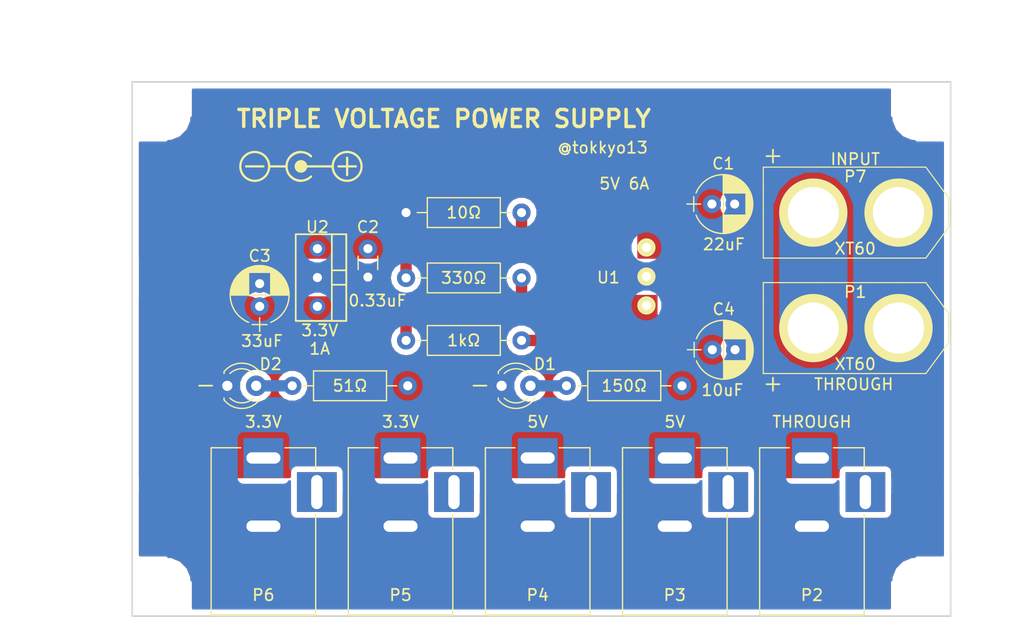
<source format=kicad_pcb>
(kicad_pcb (version 4) (host pcbnew 4.0.1-stable)

  (general
    (links 45)
    (no_connects 0)
    (area 106.000001 45.15 196.632143 101.175)
    (thickness 1.6)
    (drawings 42)
    (tracks 26)
    (zones 0)
    (modules 24)
    (nets 15)
  )

  (page A4)
  (layers
    (0 F.Cu signal)
    (31 B.Cu signal)
    (32 B.Adhes user)
    (33 F.Adhes user)
    (34 B.Paste user)
    (35 F.Paste user)
    (36 B.SilkS user)
    (37 F.SilkS user)
    (38 B.Mask user)
    (39 F.Mask user)
    (40 Dwgs.User user)
    (41 Cmts.User user)
    (42 Eco1.User user)
    (43 Eco2.User user)
    (44 Edge.Cuts user)
    (45 Margin user)
    (46 B.CrtYd user)
    (47 F.CrtYd user)
    (48 B.Fab user)
    (49 F.Fab user)
  )

  (setup
    (last_trace_width 1)
    (trace_clearance 0.2)
    (zone_clearance 0.508)
    (zone_45_only yes)
    (trace_min 0.2)
    (segment_width 0.2)
    (edge_width 0.15)
    (via_size 0.6)
    (via_drill 0.4)
    (via_min_size 0.4)
    (via_min_drill 0.3)
    (uvia_size 0.3)
    (uvia_drill 0.1)
    (uvias_allowed no)
    (uvia_min_size 0.2)
    (uvia_min_drill 0.1)
    (pcb_text_width 0.3)
    (pcb_text_size 1.5 1.5)
    (mod_edge_width 0.15)
    (mod_text_size 1 1)
    (mod_text_width 0.15)
    (pad_size 1 1.2)
    (pad_drill 0)
    (pad_to_mask_clearance 0.2)
    (aux_axis_origin 118 52)
    (visible_elements FFFFFF7F)
    (pcbplotparams
      (layerselection 0x000c0_00000000)
      (usegerberextensions false)
      (excludeedgelayer true)
      (linewidth 0.100000)
      (plotframeref false)
      (viasonmask false)
      (mode 1)
      (useauxorigin true)
      (hpglpennumber 1)
      (hpglpenspeed 20)
      (hpglpendiameter 15)
      (hpglpenoverlay 2)
      (psnegative false)
      (psa4output false)
      (plotreference true)
      (plotvalue true)
      (plotinvisibletext false)
      (padsonsilk false)
      (subtractmaskfromsilk false)
      (outputformat 1)
      (mirror false)
      (drillshape 0)
      (scaleselection 1)
      (outputdirectory ""))
  )

  (net 0 "")
  (net 1 V12)
  (net 2 GND)
  (net 3 V3.3)
  (net 4 V5)
  (net 5 "Net-(R1-Pad1)")
  (net 6 "Net-(R1-Pad2)")
  (net 7 "Net-(R2-Pad2)")
  (net 8 "Net-(U1-Pad11)")
  (net 9 "Net-(U1-Pad10)")
  (net 10 "Net-(U1-Pad9)")
  (net 11 "Net-(U1-Pad12)")
  (net 12 "Net-(U1-Pad8)")
  (net 13 "Net-(D1-Pad2)")
  (net 14 "Net-(D2-Pad2)")

  (net_class Default "これは標準のネット クラスです。"
    (clearance 0.2)
    (trace_width 1)
    (via_dia 0.6)
    (via_drill 0.4)
    (uvia_dia 0.3)
    (uvia_drill 0.1)
    (add_net GND)
    (add_net "Net-(D1-Pad2)")
    (add_net "Net-(D2-Pad2)")
    (add_net "Net-(R1-Pad1)")
    (add_net "Net-(R1-Pad2)")
    (add_net "Net-(R2-Pad2)")
    (add_net "Net-(U1-Pad10)")
    (add_net "Net-(U1-Pad11)")
    (add_net "Net-(U1-Pad12)")
    (add_net "Net-(U1-Pad8)")
    (add_net "Net-(U1-Pad9)")
    (add_net V12)
    (add_net V3.3)
    (add_net V5)
  )

  (module Capacitors_ThroughHole:CP_Radial_D5.0mm_P2.00mm (layer F.Cu) (tedit 5953A6DF) (tstamp 5950B214)
    (at 169.037 75.565)
    (descr "CP, Radial series, Radial, pin pitch=2.00mm, , diameter=5mm, Electrolytic Capacitor")
    (tags "CP Radial series Radial pin pitch 2.00mm  diameter 5mm Electrolytic Capacitor")
    (path /594E092C)
    (fp_text reference C4 (at 1 -3.56) (layer F.SilkS)
      (effects (font (size 1 1) (thickness 0.15)))
    )
    (fp_text value 10uF (at 1 3.56) (layer F.Fab)
      (effects (font (size 1 1) (thickness 0.15)))
    )
    (fp_text user %R (at 0.65 0) (layer F.Fab)
      (effects (font (size 1 1) (thickness 0.15)))
    )
    (fp_line (start -2.2 0) (end -1 0) (layer F.Fab) (width 0.1))
    (fp_line (start -1.6 -0.65) (end -1.6 0.65) (layer F.Fab) (width 0.1))
    (fp_line (start 1 -2.55) (end 1 2.55) (layer F.SilkS) (width 0.12))
    (fp_line (start 1.04 -2.55) (end 1.04 -0.98) (layer F.SilkS) (width 0.12))
    (fp_line (start 1.04 0.98) (end 1.04 2.55) (layer F.SilkS) (width 0.12))
    (fp_line (start 1.08 -2.549) (end 1.08 -0.98) (layer F.SilkS) (width 0.12))
    (fp_line (start 1.08 0.98) (end 1.08 2.549) (layer F.SilkS) (width 0.12))
    (fp_line (start 1.12 -2.548) (end 1.12 -0.98) (layer F.SilkS) (width 0.12))
    (fp_line (start 1.12 0.98) (end 1.12 2.548) (layer F.SilkS) (width 0.12))
    (fp_line (start 1.16 -2.546) (end 1.16 -0.98) (layer F.SilkS) (width 0.12))
    (fp_line (start 1.16 0.98) (end 1.16 2.546) (layer F.SilkS) (width 0.12))
    (fp_line (start 1.2 -2.543) (end 1.2 -0.98) (layer F.SilkS) (width 0.12))
    (fp_line (start 1.2 0.98) (end 1.2 2.543) (layer F.SilkS) (width 0.12))
    (fp_line (start 1.24 -2.539) (end 1.24 -0.98) (layer F.SilkS) (width 0.12))
    (fp_line (start 1.24 0.98) (end 1.24 2.539) (layer F.SilkS) (width 0.12))
    (fp_line (start 1.28 -2.535) (end 1.28 -0.98) (layer F.SilkS) (width 0.12))
    (fp_line (start 1.28 0.98) (end 1.28 2.535) (layer F.SilkS) (width 0.12))
    (fp_line (start 1.32 -2.531) (end 1.32 -0.98) (layer F.SilkS) (width 0.12))
    (fp_line (start 1.32 0.98) (end 1.32 2.531) (layer F.SilkS) (width 0.12))
    (fp_line (start 1.36 -2.525) (end 1.36 -0.98) (layer F.SilkS) (width 0.12))
    (fp_line (start 1.36 0.98) (end 1.36 2.525) (layer F.SilkS) (width 0.12))
    (fp_line (start 1.4 -2.519) (end 1.4 -0.98) (layer F.SilkS) (width 0.12))
    (fp_line (start 1.4 0.98) (end 1.4 2.519) (layer F.SilkS) (width 0.12))
    (fp_line (start 1.44 -2.513) (end 1.44 -0.98) (layer F.SilkS) (width 0.12))
    (fp_line (start 1.44 0.98) (end 1.44 2.513) (layer F.SilkS) (width 0.12))
    (fp_line (start 1.48 -2.506) (end 1.48 -0.98) (layer F.SilkS) (width 0.12))
    (fp_line (start 1.48 0.98) (end 1.48 2.506) (layer F.SilkS) (width 0.12))
    (fp_line (start 1.52 -2.498) (end 1.52 -0.98) (layer F.SilkS) (width 0.12))
    (fp_line (start 1.52 0.98) (end 1.52 2.498) (layer F.SilkS) (width 0.12))
    (fp_line (start 1.56 -2.489) (end 1.56 -0.98) (layer F.SilkS) (width 0.12))
    (fp_line (start 1.56 0.98) (end 1.56 2.489) (layer F.SilkS) (width 0.12))
    (fp_line (start 1.6 -2.48) (end 1.6 -0.98) (layer F.SilkS) (width 0.12))
    (fp_line (start 1.6 0.98) (end 1.6 2.48) (layer F.SilkS) (width 0.12))
    (fp_line (start 1.64 -2.47) (end 1.64 -0.98) (layer F.SilkS) (width 0.12))
    (fp_line (start 1.64 0.98) (end 1.64 2.47) (layer F.SilkS) (width 0.12))
    (fp_line (start 1.68 -2.46) (end 1.68 -0.98) (layer F.SilkS) (width 0.12))
    (fp_line (start 1.68 0.98) (end 1.68 2.46) (layer F.SilkS) (width 0.12))
    (fp_line (start 1.721 -2.448) (end 1.721 -0.98) (layer F.SilkS) (width 0.12))
    (fp_line (start 1.721 0.98) (end 1.721 2.448) (layer F.SilkS) (width 0.12))
    (fp_line (start 1.761 -2.436) (end 1.761 -0.98) (layer F.SilkS) (width 0.12))
    (fp_line (start 1.761 0.98) (end 1.761 2.436) (layer F.SilkS) (width 0.12))
    (fp_line (start 1.801 -2.424) (end 1.801 -0.98) (layer F.SilkS) (width 0.12))
    (fp_line (start 1.801 0.98) (end 1.801 2.424) (layer F.SilkS) (width 0.12))
    (fp_line (start 1.841 -2.41) (end 1.841 -0.98) (layer F.SilkS) (width 0.12))
    (fp_line (start 1.841 0.98) (end 1.841 2.41) (layer F.SilkS) (width 0.12))
    (fp_line (start 1.881 -2.396) (end 1.881 -0.98) (layer F.SilkS) (width 0.12))
    (fp_line (start 1.881 0.98) (end 1.881 2.396) (layer F.SilkS) (width 0.12))
    (fp_line (start 1.921 -2.382) (end 1.921 -0.98) (layer F.SilkS) (width 0.12))
    (fp_line (start 1.921 0.98) (end 1.921 2.382) (layer F.SilkS) (width 0.12))
    (fp_line (start 1.961 -2.366) (end 1.961 -0.98) (layer F.SilkS) (width 0.12))
    (fp_line (start 1.961 0.98) (end 1.961 2.366) (layer F.SilkS) (width 0.12))
    (fp_line (start 2.001 -2.35) (end 2.001 -0.98) (layer F.SilkS) (width 0.12))
    (fp_line (start 2.001 0.98) (end 2.001 2.35) (layer F.SilkS) (width 0.12))
    (fp_line (start 2.041 -2.333) (end 2.041 -0.98) (layer F.SilkS) (width 0.12))
    (fp_line (start 2.041 0.98) (end 2.041 2.333) (layer F.SilkS) (width 0.12))
    (fp_line (start 2.081 -2.315) (end 2.081 -0.98) (layer F.SilkS) (width 0.12))
    (fp_line (start 2.081 0.98) (end 2.081 2.315) (layer F.SilkS) (width 0.12))
    (fp_line (start 2.121 -2.296) (end 2.121 -0.98) (layer F.SilkS) (width 0.12))
    (fp_line (start 2.121 0.98) (end 2.121 2.296) (layer F.SilkS) (width 0.12))
    (fp_line (start 2.161 -2.276) (end 2.161 -0.98) (layer F.SilkS) (width 0.12))
    (fp_line (start 2.161 0.98) (end 2.161 2.276) (layer F.SilkS) (width 0.12))
    (fp_line (start 2.201 -2.256) (end 2.201 -0.98) (layer F.SilkS) (width 0.12))
    (fp_line (start 2.201 0.98) (end 2.201 2.256) (layer F.SilkS) (width 0.12))
    (fp_line (start 2.241 -2.234) (end 2.241 -0.98) (layer F.SilkS) (width 0.12))
    (fp_line (start 2.241 0.98) (end 2.241 2.234) (layer F.SilkS) (width 0.12))
    (fp_line (start 2.281 -2.212) (end 2.281 -0.98) (layer F.SilkS) (width 0.12))
    (fp_line (start 2.281 0.98) (end 2.281 2.212) (layer F.SilkS) (width 0.12))
    (fp_line (start 2.321 -2.189) (end 2.321 -0.98) (layer F.SilkS) (width 0.12))
    (fp_line (start 2.321 0.98) (end 2.321 2.189) (layer F.SilkS) (width 0.12))
    (fp_line (start 2.361 -2.165) (end 2.361 -0.98) (layer F.SilkS) (width 0.12))
    (fp_line (start 2.361 0.98) (end 2.361 2.165) (layer F.SilkS) (width 0.12))
    (fp_line (start 2.401 -2.14) (end 2.401 -0.98) (layer F.SilkS) (width 0.12))
    (fp_line (start 2.401 0.98) (end 2.401 2.14) (layer F.SilkS) (width 0.12))
    (fp_line (start 2.441 -2.113) (end 2.441 -0.98) (layer F.SilkS) (width 0.12))
    (fp_line (start 2.441 0.98) (end 2.441 2.113) (layer F.SilkS) (width 0.12))
    (fp_line (start 2.481 -2.086) (end 2.481 -0.98) (layer F.SilkS) (width 0.12))
    (fp_line (start 2.481 0.98) (end 2.481 2.086) (layer F.SilkS) (width 0.12))
    (fp_line (start 2.521 -2.058) (end 2.521 -0.98) (layer F.SilkS) (width 0.12))
    (fp_line (start 2.521 0.98) (end 2.521 2.058) (layer F.SilkS) (width 0.12))
    (fp_line (start 2.561 -2.028) (end 2.561 -0.98) (layer F.SilkS) (width 0.12))
    (fp_line (start 2.561 0.98) (end 2.561 2.028) (layer F.SilkS) (width 0.12))
    (fp_line (start 2.601 -1.997) (end 2.601 -0.98) (layer F.SilkS) (width 0.12))
    (fp_line (start 2.601 0.98) (end 2.601 1.997) (layer F.SilkS) (width 0.12))
    (fp_line (start 2.641 -1.965) (end 2.641 -0.98) (layer F.SilkS) (width 0.12))
    (fp_line (start 2.641 0.98) (end 2.641 1.965) (layer F.SilkS) (width 0.12))
    (fp_line (start 2.681 -1.932) (end 2.681 -0.98) (layer F.SilkS) (width 0.12))
    (fp_line (start 2.681 0.98) (end 2.681 1.932) (layer F.SilkS) (width 0.12))
    (fp_line (start 2.721 -1.897) (end 2.721 -0.98) (layer F.SilkS) (width 0.12))
    (fp_line (start 2.721 0.98) (end 2.721 1.897) (layer F.SilkS) (width 0.12))
    (fp_line (start 2.761 -1.861) (end 2.761 -0.98) (layer F.SilkS) (width 0.12))
    (fp_line (start 2.761 0.98) (end 2.761 1.861) (layer F.SilkS) (width 0.12))
    (fp_line (start 2.801 -1.823) (end 2.801 -0.98) (layer F.SilkS) (width 0.12))
    (fp_line (start 2.801 0.98) (end 2.801 1.823) (layer F.SilkS) (width 0.12))
    (fp_line (start 2.841 -1.783) (end 2.841 -0.98) (layer F.SilkS) (width 0.12))
    (fp_line (start 2.841 0.98) (end 2.841 1.783) (layer F.SilkS) (width 0.12))
    (fp_line (start 2.881 -1.742) (end 2.881 -0.98) (layer F.SilkS) (width 0.12))
    (fp_line (start 2.881 0.98) (end 2.881 1.742) (layer F.SilkS) (width 0.12))
    (fp_line (start 2.921 -1.699) (end 2.921 -0.98) (layer F.SilkS) (width 0.12))
    (fp_line (start 2.921 0.98) (end 2.921 1.699) (layer F.SilkS) (width 0.12))
    (fp_line (start 2.961 -1.654) (end 2.961 -0.98) (layer F.SilkS) (width 0.12))
    (fp_line (start 2.961 0.98) (end 2.961 1.654) (layer F.SilkS) (width 0.12))
    (fp_line (start 3.001 -1.606) (end 3.001 1.606) (layer F.SilkS) (width 0.12))
    (fp_line (start 3.041 -1.556) (end 3.041 1.556) (layer F.SilkS) (width 0.12))
    (fp_line (start 3.081 -1.504) (end 3.081 1.504) (layer F.SilkS) (width 0.12))
    (fp_line (start 3.121 -1.448) (end 3.121 1.448) (layer F.SilkS) (width 0.12))
    (fp_line (start 3.161 -1.39) (end 3.161 1.39) (layer F.SilkS) (width 0.12))
    (fp_line (start 3.201 -1.327) (end 3.201 1.327) (layer F.SilkS) (width 0.12))
    (fp_line (start 3.241 -1.261) (end 3.241 1.261) (layer F.SilkS) (width 0.12))
    (fp_line (start 3.281 -1.189) (end 3.281 1.189) (layer F.SilkS) (width 0.12))
    (fp_line (start 3.321 -1.112) (end 3.321 1.112) (layer F.SilkS) (width 0.12))
    (fp_line (start 3.361 -1.028) (end 3.361 1.028) (layer F.SilkS) (width 0.12))
    (fp_line (start 3.401 -0.934) (end 3.401 0.934) (layer F.SilkS) (width 0.12))
    (fp_line (start 3.441 -0.829) (end 3.441 0.829) (layer F.SilkS) (width 0.12))
    (fp_line (start 3.481 -0.707) (end 3.481 0.707) (layer F.SilkS) (width 0.12))
    (fp_line (start 3.521 -0.559) (end 3.521 0.559) (layer F.SilkS) (width 0.12))
    (fp_line (start 3.561 -0.354) (end 3.561 0.354) (layer F.SilkS) (width 0.12))
    (fp_line (start -2.2 0) (end -1 0) (layer F.SilkS) (width 0.12))
    (fp_line (start -1.6 -0.65) (end -1.6 0.65) (layer F.SilkS) (width 0.12))
    (fp_line (start -1.85 -2.85) (end -1.85 2.85) (layer F.CrtYd) (width 0.05))
    (fp_line (start -1.85 2.85) (end 3.85 2.85) (layer F.CrtYd) (width 0.05))
    (fp_line (start 3.85 2.85) (end 3.85 -2.85) (layer F.CrtYd) (width 0.05))
    (fp_line (start 3.85 -2.85) (end -1.85 -2.85) (layer F.CrtYd) (width 0.05))
    (fp_circle (center 1 0) (end 3.5 0) (layer F.Fab) (width 0.1))
    (fp_arc (start 1 0) (end -1.397436 -0.98) (angle 135.5) (layer F.SilkS) (width 0.12))
    (fp_arc (start 1 0) (end -1.397436 0.98) (angle -135.5) (layer F.SilkS) (width 0.12))
    (fp_arc (start 1 0) (end 3.397436 -0.98) (angle 44.5) (layer F.SilkS) (width 0.12))
    (pad 1 thru_hole circle (at 0 0) (size 1.6 1.6) (drill 0.8) (layers *.Cu *.Mask)
      (net 4 V5))
    (pad 2 thru_hole circle (at 2 0) (size 1.6 1.6) (drill 0.8) (layers *.Cu *.Mask)
      (net 2 GND))
    (model ${KISYS3DMOD}/Capacitors_THT.3dshapes/CP_Radial_D5.0mm_P2.00mm.wrl
      (at (xyz 0 0 0))
      (scale (xyz 1 1 1))
      (rotate (xyz 0 0 0))
    )
  )

  (module Resistors_ThroughHole:R_Axial_DIN0207_L6.3mm_D2.5mm_P10.16mm_Horizontal (layer F.Cu) (tedit 5953AE10) (tstamp 5950B2CB)
    (at 152.25 63.5 180)
    (descr "Resistor, Axial_DIN0207 series, Axial, Horizontal, pin pitch=10.16mm, 0.25W = 1/4W, length*diameter=6.3*2.5mm^2, http://cdn-reichelt.de/documents/datenblatt/B400/1_4W%23YAG.pdf")
    (tags "Resistor Axial_DIN0207 series Axial Horizontal pin pitch 10.16mm 0.25W = 1/4W length 6.3mm diameter 2.5mm")
    (path /59509FB3)
    (fp_text reference 10Ω (at 5.08 0 180) (layer F.SilkS)
      (effects (font (size 1 1) (thickness 0.15)))
    )
    (fp_text value 10 (at 12.7 0 180) (layer F.Fab)
      (effects (font (size 1 1) (thickness 0.15)))
    )
    (fp_line (start 1.93 -1.25) (end 1.93 1.25) (layer F.Fab) (width 0.1))
    (fp_line (start 1.93 1.25) (end 8.23 1.25) (layer F.Fab) (width 0.1))
    (fp_line (start 8.23 1.25) (end 8.23 -1.25) (layer F.Fab) (width 0.1))
    (fp_line (start 8.23 -1.25) (end 1.93 -1.25) (layer F.Fab) (width 0.1))
    (fp_line (start 0 0) (end 1.93 0) (layer F.Fab) (width 0.1))
    (fp_line (start 10.16 0) (end 8.23 0) (layer F.Fab) (width 0.1))
    (fp_line (start 1.87 -1.31) (end 1.87 1.31) (layer F.SilkS) (width 0.12))
    (fp_line (start 1.87 1.31) (end 8.29 1.31) (layer F.SilkS) (width 0.12))
    (fp_line (start 8.29 1.31) (end 8.29 -1.31) (layer F.SilkS) (width 0.12))
    (fp_line (start 8.29 -1.31) (end 1.87 -1.31) (layer F.SilkS) (width 0.12))
    (fp_line (start 0.98 0) (end 1.87 0) (layer F.SilkS) (width 0.12))
    (fp_line (start 9.18 0) (end 8.29 0) (layer F.SilkS) (width 0.12))
    (fp_line (start -1.05 -1.6) (end -1.05 1.6) (layer F.CrtYd) (width 0.05))
    (fp_line (start -1.05 1.6) (end 11.25 1.6) (layer F.CrtYd) (width 0.05))
    (fp_line (start 11.25 1.6) (end 11.25 -1.6) (layer F.CrtYd) (width 0.05))
    (fp_line (start 11.25 -1.6) (end -1.05 -1.6) (layer F.CrtYd) (width 0.05))
    (pad 1 thru_hole circle (at 0 0 180) (size 1.6 1.6) (drill 0.8) (layers *.Cu *.Mask)
      (net 7 "Net-(R2-Pad2)"))
    (pad 2 thru_hole oval (at 10.16 0 180) (size 1.6 1.6) (drill 0.8) (layers *.Cu *.Mask)
      (net 2 GND))
    (model Resistors_THT.3dshapes/R_Axial_DIN0207_L6.3mm_D2.5mm_P10.16mm_Horizontal.wrl
      (at (xyz 0 0 0))
      (scale (xyz 0.393701 0.393701 0.393701))
      (rotate (xyz 0 0 0))
    )
  )

  (module Resistors_ThroughHole:R_Axial_DIN0207_L6.3mm_D2.5mm_P10.16mm_Horizontal (layer F.Cu) (tedit 5953AE33) (tstamp 5950B2B5)
    (at 152.25 69.25 180)
    (descr "Resistor, Axial_DIN0207 series, Axial, Horizontal, pin pitch=10.16mm, 0.25W = 1/4W, length*diameter=6.3*2.5mm^2, http://cdn-reichelt.de/documents/datenblatt/B400/1_4W%23YAG.pdf")
    (tags "Resistor Axial_DIN0207 series Axial Horizontal pin pitch 10.16mm 0.25W = 1/4W length 6.3mm diameter 2.5mm")
    (path /59509F7C)
    (fp_text reference 330Ω (at 5.08 0 180) (layer F.SilkS)
      (effects (font (size 1 1) (thickness 0.15)))
    )
    (fp_text value 330 (at 4.168 2.702 180) (layer F.Fab)
      (effects (font (size 1 1) (thickness 0.15)))
    )
    (fp_line (start 1.93 -1.25) (end 1.93 1.25) (layer F.Fab) (width 0.1))
    (fp_line (start 1.93 1.25) (end 8.23 1.25) (layer F.Fab) (width 0.1))
    (fp_line (start 8.23 1.25) (end 8.23 -1.25) (layer F.Fab) (width 0.1))
    (fp_line (start 8.23 -1.25) (end 1.93 -1.25) (layer F.Fab) (width 0.1))
    (fp_line (start 0 0) (end 1.93 0) (layer F.Fab) (width 0.1))
    (fp_line (start 10.16 0) (end 8.23 0) (layer F.Fab) (width 0.1))
    (fp_line (start 1.87 -1.31) (end 1.87 1.31) (layer F.SilkS) (width 0.12))
    (fp_line (start 1.87 1.31) (end 8.29 1.31) (layer F.SilkS) (width 0.12))
    (fp_line (start 8.29 1.31) (end 8.29 -1.31) (layer F.SilkS) (width 0.12))
    (fp_line (start 8.29 -1.31) (end 1.87 -1.31) (layer F.SilkS) (width 0.12))
    (fp_line (start 0.98 0) (end 1.87 0) (layer F.SilkS) (width 0.12))
    (fp_line (start 9.18 0) (end 8.29 0) (layer F.SilkS) (width 0.12))
    (fp_line (start -1.05 -1.6) (end -1.05 1.6) (layer F.CrtYd) (width 0.05))
    (fp_line (start -1.05 1.6) (end 11.25 1.6) (layer F.CrtYd) (width 0.05))
    (fp_line (start 11.25 1.6) (end 11.25 -1.6) (layer F.CrtYd) (width 0.05))
    (fp_line (start 11.25 -1.6) (end -1.05 -1.6) (layer F.CrtYd) (width 0.05))
    (pad 1 thru_hole circle (at 0 0 180) (size 1.6 1.6) (drill 0.8) (layers *.Cu *.Mask)
      (net 6 "Net-(R1-Pad2)"))
    (pad 2 thru_hole oval (at 10.16 0 180) (size 1.6 1.6) (drill 0.8) (layers *.Cu *.Mask)
      (net 7 "Net-(R2-Pad2)"))
    (model Resistors_THT.3dshapes/R_Axial_DIN0207_L6.3mm_D2.5mm_P10.16mm_Horizontal.wrl
      (at (xyz 0 0 0))
      (scale (xyz 0.393701 0.393701 0.393701))
      (rotate (xyz 0 0 0))
    )
  )

  (module Resistors_ThroughHole:R_Axial_DIN0207_L6.3mm_D2.5mm_P10.16mm_Horizontal (layer F.Cu) (tedit 5953AE42) (tstamp 5950B29F)
    (at 152.25 74.75 180)
    (descr "Resistor, Axial_DIN0207 series, Axial, Horizontal, pin pitch=10.16mm, 0.25W = 1/4W, length*diameter=6.3*2.5mm^2, http://cdn-reichelt.de/documents/datenblatt/B400/1_4W%23YAG.pdf")
    (tags "Resistor Axial_DIN0207 series Axial Horizontal pin pitch 10.16mm 0.25W = 1/4W length 6.3mm diameter 2.5mm")
    (path /594E09A3)
    (fp_text reference 1kΩ (at 5.08 0 180) (layer F.SilkS)
      (effects (font (size 1 1) (thickness 0.15)))
    )
    (fp_text value 1k (at 12.7 0 180) (layer F.Fab)
      (effects (font (size 1 1) (thickness 0.15)))
    )
    (fp_line (start 1.93 -1.25) (end 1.93 1.25) (layer F.Fab) (width 0.1))
    (fp_line (start 1.93 1.25) (end 8.23 1.25) (layer F.Fab) (width 0.1))
    (fp_line (start 8.23 1.25) (end 8.23 -1.25) (layer F.Fab) (width 0.1))
    (fp_line (start 8.23 -1.25) (end 1.93 -1.25) (layer F.Fab) (width 0.1))
    (fp_line (start 0 0) (end 1.93 0) (layer F.Fab) (width 0.1))
    (fp_line (start 10.16 0) (end 8.23 0) (layer F.Fab) (width 0.1))
    (fp_line (start 1.87 -1.31) (end 1.87 1.31) (layer F.SilkS) (width 0.12))
    (fp_line (start 1.87 1.31) (end 8.29 1.31) (layer F.SilkS) (width 0.12))
    (fp_line (start 8.29 1.31) (end 8.29 -1.31) (layer F.SilkS) (width 0.12))
    (fp_line (start 8.29 -1.31) (end 1.87 -1.31) (layer F.SilkS) (width 0.12))
    (fp_line (start 0.98 0) (end 1.87 0) (layer F.SilkS) (width 0.12))
    (fp_line (start 9.18 0) (end 8.29 0) (layer F.SilkS) (width 0.12))
    (fp_line (start -1.05 -1.6) (end -1.05 1.6) (layer F.CrtYd) (width 0.05))
    (fp_line (start -1.05 1.6) (end 11.25 1.6) (layer F.CrtYd) (width 0.05))
    (fp_line (start 11.25 1.6) (end 11.25 -1.6) (layer F.CrtYd) (width 0.05))
    (fp_line (start 11.25 -1.6) (end -1.05 -1.6) (layer F.CrtYd) (width 0.05))
    (pad 1 thru_hole circle (at 0 0 180) (size 1.6 1.6) (drill 0.8) (layers *.Cu *.Mask)
      (net 5 "Net-(R1-Pad1)"))
    (pad 2 thru_hole oval (at 10.16 0 180) (size 1.6 1.6) (drill 0.8) (layers *.Cu *.Mask)
      (net 6 "Net-(R1-Pad2)"))
    (model Resistors_THT.3dshapes/R_Axial_DIN0207_L6.3mm_D2.5mm_P10.16mm_Horizontal.wrl
      (at (xyz 0 0 0))
      (scale (xyz 0.393701 0.393701 0.393701))
      (rotate (xyz 0 0 0))
    )
  )

  (module Mounting_Holes:MountingHole_3.2mm_M3 (layer F.Cu) (tedit 595393CA) (tstamp 5950B641)
    (at 121 55)
    (descr "Mounting Hole 3.2mm, no annular, M3")
    (tags "mounting hole 3.2mm no annular m3")
    (fp_text reference "" (at 0 -4.2) (layer F.SilkS)
      (effects (font (size 1 1) (thickness 0.15)))
    )
    (fp_text value MountingHole_3.2mm_M3 (at 0 4.2) (layer F.Fab)
      (effects (font (size 1 1) (thickness 0.15)))
    )
    (fp_circle (center 0 0) (end 3.2 0) (layer Cmts.User) (width 0.15))
    (fp_circle (center 0 0) (end 3.45 0) (layer F.CrtYd) (width 0.05))
    (pad 1 np_thru_hole circle (at 0 0) (size 3.2 3.2) (drill 3.2) (layers *.Cu *.Mask))
  )

  (module Mounting_Holes:MountingHole_3.2mm_M3 (layer F.Cu) (tedit 595393D6) (tstamp 5950B639)
    (at 121 96)
    (descr "Mounting Hole 3.2mm, no annular, M3")
    (tags "mounting hole 3.2mm no annular m3")
    (fp_text reference "" (at 0 -4.2) (layer F.SilkS)
      (effects (font (size 1 1) (thickness 0.15)))
    )
    (fp_text value MountingHole_3.2mm_M3 (at 0 4.2) (layer F.Fab)
      (effects (font (size 1 1) (thickness 0.15)))
    )
    (fp_circle (center 0 0) (end 3.2 0) (layer Cmts.User) (width 0.15))
    (fp_circle (center 0 0) (end 3.45 0) (layer F.CrtYd) (width 0.05))
    (pad 1 np_thru_hole circle (at 0 0) (size 3.2 3.2) (drill 3.2) (layers *.Cu *.Mask))
  )

  (module Mounting_Holes:MountingHole_3.2mm_M3 (layer F.Cu) (tedit 595393DC) (tstamp 5950B62E)
    (at 187 96)
    (descr "Mounting Hole 3.2mm, no annular, M3")
    (tags "mounting hole 3.2mm no annular m3")
    (fp_text reference "" (at 0 -4.2) (layer F.SilkS)
      (effects (font (size 1 1) (thickness 0.15)))
    )
    (fp_text value MountingHole_3.2mm_M3 (at 0 4.2) (layer F.Fab)
      (effects (font (size 1 1) (thickness 0.15)))
    )
    (fp_circle (center 0 0) (end 3.2 0) (layer Cmts.User) (width 0.15))
    (fp_circle (center 0 0) (end 3.45 0) (layer F.CrtYd) (width 0.05))
    (pad 1 np_thru_hole circle (at 0 0) (size 3.2 3.2) (drill 3.2) (layers *.Cu *.Mask))
  )

  (module Capacitors_ThroughHole:CP_Radial_D5.0mm_P2.00mm (layer F.Cu) (tedit 5953A6D2) (tstamp 5950B0F9)
    (at 169 62.75)
    (descr "CP, Radial series, Radial, pin pitch=2.00mm, , diameter=5mm, Electrolytic Capacitor")
    (tags "CP Radial series Radial pin pitch 2.00mm  diameter 5mm Electrolytic Capacitor")
    (path /594E0965)
    (fp_text reference C1 (at 1 -3.56) (layer F.SilkS)
      (effects (font (size 1 1) (thickness 0.15)))
    )
    (fp_text value 22uF (at 1 3.56) (layer F.Fab)
      (effects (font (size 1 1) (thickness 0.15)))
    )
    (fp_text user %R (at 0.65 0) (layer F.Fab)
      (effects (font (size 1 1) (thickness 0.15)))
    )
    (fp_line (start -2.2 0) (end -1 0) (layer F.Fab) (width 0.1))
    (fp_line (start -1.6 -0.65) (end -1.6 0.65) (layer F.Fab) (width 0.1))
    (fp_line (start 1 -2.55) (end 1 2.55) (layer F.SilkS) (width 0.12))
    (fp_line (start 1.04 -2.55) (end 1.04 -0.98) (layer F.SilkS) (width 0.12))
    (fp_line (start 1.04 0.98) (end 1.04 2.55) (layer F.SilkS) (width 0.12))
    (fp_line (start 1.08 -2.549) (end 1.08 -0.98) (layer F.SilkS) (width 0.12))
    (fp_line (start 1.08 0.98) (end 1.08 2.549) (layer F.SilkS) (width 0.12))
    (fp_line (start 1.12 -2.548) (end 1.12 -0.98) (layer F.SilkS) (width 0.12))
    (fp_line (start 1.12 0.98) (end 1.12 2.548) (layer F.SilkS) (width 0.12))
    (fp_line (start 1.16 -2.546) (end 1.16 -0.98) (layer F.SilkS) (width 0.12))
    (fp_line (start 1.16 0.98) (end 1.16 2.546) (layer F.SilkS) (width 0.12))
    (fp_line (start 1.2 -2.543) (end 1.2 -0.98) (layer F.SilkS) (width 0.12))
    (fp_line (start 1.2 0.98) (end 1.2 2.543) (layer F.SilkS) (width 0.12))
    (fp_line (start 1.24 -2.539) (end 1.24 -0.98) (layer F.SilkS) (width 0.12))
    (fp_line (start 1.24 0.98) (end 1.24 2.539) (layer F.SilkS) (width 0.12))
    (fp_line (start 1.28 -2.535) (end 1.28 -0.98) (layer F.SilkS) (width 0.12))
    (fp_line (start 1.28 0.98) (end 1.28 2.535) (layer F.SilkS) (width 0.12))
    (fp_line (start 1.32 -2.531) (end 1.32 -0.98) (layer F.SilkS) (width 0.12))
    (fp_line (start 1.32 0.98) (end 1.32 2.531) (layer F.SilkS) (width 0.12))
    (fp_line (start 1.36 -2.525) (end 1.36 -0.98) (layer F.SilkS) (width 0.12))
    (fp_line (start 1.36 0.98) (end 1.36 2.525) (layer F.SilkS) (width 0.12))
    (fp_line (start 1.4 -2.519) (end 1.4 -0.98) (layer F.SilkS) (width 0.12))
    (fp_line (start 1.4 0.98) (end 1.4 2.519) (layer F.SilkS) (width 0.12))
    (fp_line (start 1.44 -2.513) (end 1.44 -0.98) (layer F.SilkS) (width 0.12))
    (fp_line (start 1.44 0.98) (end 1.44 2.513) (layer F.SilkS) (width 0.12))
    (fp_line (start 1.48 -2.506) (end 1.48 -0.98) (layer F.SilkS) (width 0.12))
    (fp_line (start 1.48 0.98) (end 1.48 2.506) (layer F.SilkS) (width 0.12))
    (fp_line (start 1.52 -2.498) (end 1.52 -0.98) (layer F.SilkS) (width 0.12))
    (fp_line (start 1.52 0.98) (end 1.52 2.498) (layer F.SilkS) (width 0.12))
    (fp_line (start 1.56 -2.489) (end 1.56 -0.98) (layer F.SilkS) (width 0.12))
    (fp_line (start 1.56 0.98) (end 1.56 2.489) (layer F.SilkS) (width 0.12))
    (fp_line (start 1.6 -2.48) (end 1.6 -0.98) (layer F.SilkS) (width 0.12))
    (fp_line (start 1.6 0.98) (end 1.6 2.48) (layer F.SilkS) (width 0.12))
    (fp_line (start 1.64 -2.47) (end 1.64 -0.98) (layer F.SilkS) (width 0.12))
    (fp_line (start 1.64 0.98) (end 1.64 2.47) (layer F.SilkS) (width 0.12))
    (fp_line (start 1.68 -2.46) (end 1.68 -0.98) (layer F.SilkS) (width 0.12))
    (fp_line (start 1.68 0.98) (end 1.68 2.46) (layer F.SilkS) (width 0.12))
    (fp_line (start 1.721 -2.448) (end 1.721 -0.98) (layer F.SilkS) (width 0.12))
    (fp_line (start 1.721 0.98) (end 1.721 2.448) (layer F.SilkS) (width 0.12))
    (fp_line (start 1.761 -2.436) (end 1.761 -0.98) (layer F.SilkS) (width 0.12))
    (fp_line (start 1.761 0.98) (end 1.761 2.436) (layer F.SilkS) (width 0.12))
    (fp_line (start 1.801 -2.424) (end 1.801 -0.98) (layer F.SilkS) (width 0.12))
    (fp_line (start 1.801 0.98) (end 1.801 2.424) (layer F.SilkS) (width 0.12))
    (fp_line (start 1.841 -2.41) (end 1.841 -0.98) (layer F.SilkS) (width 0.12))
    (fp_line (start 1.841 0.98) (end 1.841 2.41) (layer F.SilkS) (width 0.12))
    (fp_line (start 1.881 -2.396) (end 1.881 -0.98) (layer F.SilkS) (width 0.12))
    (fp_line (start 1.881 0.98) (end 1.881 2.396) (layer F.SilkS) (width 0.12))
    (fp_line (start 1.921 -2.382) (end 1.921 -0.98) (layer F.SilkS) (width 0.12))
    (fp_line (start 1.921 0.98) (end 1.921 2.382) (layer F.SilkS) (width 0.12))
    (fp_line (start 1.961 -2.366) (end 1.961 -0.98) (layer F.SilkS) (width 0.12))
    (fp_line (start 1.961 0.98) (end 1.961 2.366) (layer F.SilkS) (width 0.12))
    (fp_line (start 2.001 -2.35) (end 2.001 -0.98) (layer F.SilkS) (width 0.12))
    (fp_line (start 2.001 0.98) (end 2.001 2.35) (layer F.SilkS) (width 0.12))
    (fp_line (start 2.041 -2.333) (end 2.041 -0.98) (layer F.SilkS) (width 0.12))
    (fp_line (start 2.041 0.98) (end 2.041 2.333) (layer F.SilkS) (width 0.12))
    (fp_line (start 2.081 -2.315) (end 2.081 -0.98) (layer F.SilkS) (width 0.12))
    (fp_line (start 2.081 0.98) (end 2.081 2.315) (layer F.SilkS) (width 0.12))
    (fp_line (start 2.121 -2.296) (end 2.121 -0.98) (layer F.SilkS) (width 0.12))
    (fp_line (start 2.121 0.98) (end 2.121 2.296) (layer F.SilkS) (width 0.12))
    (fp_line (start 2.161 -2.276) (end 2.161 -0.98) (layer F.SilkS) (width 0.12))
    (fp_line (start 2.161 0.98) (end 2.161 2.276) (layer F.SilkS) (width 0.12))
    (fp_line (start 2.201 -2.256) (end 2.201 -0.98) (layer F.SilkS) (width 0.12))
    (fp_line (start 2.201 0.98) (end 2.201 2.256) (layer F.SilkS) (width 0.12))
    (fp_line (start 2.241 -2.234) (end 2.241 -0.98) (layer F.SilkS) (width 0.12))
    (fp_line (start 2.241 0.98) (end 2.241 2.234) (layer F.SilkS) (width 0.12))
    (fp_line (start 2.281 -2.212) (end 2.281 -0.98) (layer F.SilkS) (width 0.12))
    (fp_line (start 2.281 0.98) (end 2.281 2.212) (layer F.SilkS) (width 0.12))
    (fp_line (start 2.321 -2.189) (end 2.321 -0.98) (layer F.SilkS) (width 0.12))
    (fp_line (start 2.321 0.98) (end 2.321 2.189) (layer F.SilkS) (width 0.12))
    (fp_line (start 2.361 -2.165) (end 2.361 -0.98) (layer F.SilkS) (width 0.12))
    (fp_line (start 2.361 0.98) (end 2.361 2.165) (layer F.SilkS) (width 0.12))
    (fp_line (start 2.401 -2.14) (end 2.401 -0.98) (layer F.SilkS) (width 0.12))
    (fp_line (start 2.401 0.98) (end 2.401 2.14) (layer F.SilkS) (width 0.12))
    (fp_line (start 2.441 -2.113) (end 2.441 -0.98) (layer F.SilkS) (width 0.12))
    (fp_line (start 2.441 0.98) (end 2.441 2.113) (layer F.SilkS) (width 0.12))
    (fp_line (start 2.481 -2.086) (end 2.481 -0.98) (layer F.SilkS) (width 0.12))
    (fp_line (start 2.481 0.98) (end 2.481 2.086) (layer F.SilkS) (width 0.12))
    (fp_line (start 2.521 -2.058) (end 2.521 -0.98) (layer F.SilkS) (width 0.12))
    (fp_line (start 2.521 0.98) (end 2.521 2.058) (layer F.SilkS) (width 0.12))
    (fp_line (start 2.561 -2.028) (end 2.561 -0.98) (layer F.SilkS) (width 0.12))
    (fp_line (start 2.561 0.98) (end 2.561 2.028) (layer F.SilkS) (width 0.12))
    (fp_line (start 2.601 -1.997) (end 2.601 -0.98) (layer F.SilkS) (width 0.12))
    (fp_line (start 2.601 0.98) (end 2.601 1.997) (layer F.SilkS) (width 0.12))
    (fp_line (start 2.641 -1.965) (end 2.641 -0.98) (layer F.SilkS) (width 0.12))
    (fp_line (start 2.641 0.98) (end 2.641 1.965) (layer F.SilkS) (width 0.12))
    (fp_line (start 2.681 -1.932) (end 2.681 -0.98) (layer F.SilkS) (width 0.12))
    (fp_line (start 2.681 0.98) (end 2.681 1.932) (layer F.SilkS) (width 0.12))
    (fp_line (start 2.721 -1.897) (end 2.721 -0.98) (layer F.SilkS) (width 0.12))
    (fp_line (start 2.721 0.98) (end 2.721 1.897) (layer F.SilkS) (width 0.12))
    (fp_line (start 2.761 -1.861) (end 2.761 -0.98) (layer F.SilkS) (width 0.12))
    (fp_line (start 2.761 0.98) (end 2.761 1.861) (layer F.SilkS) (width 0.12))
    (fp_line (start 2.801 -1.823) (end 2.801 -0.98) (layer F.SilkS) (width 0.12))
    (fp_line (start 2.801 0.98) (end 2.801 1.823) (layer F.SilkS) (width 0.12))
    (fp_line (start 2.841 -1.783) (end 2.841 -0.98) (layer F.SilkS) (width 0.12))
    (fp_line (start 2.841 0.98) (end 2.841 1.783) (layer F.SilkS) (width 0.12))
    (fp_line (start 2.881 -1.742) (end 2.881 -0.98) (layer F.SilkS) (width 0.12))
    (fp_line (start 2.881 0.98) (end 2.881 1.742) (layer F.SilkS) (width 0.12))
    (fp_line (start 2.921 -1.699) (end 2.921 -0.98) (layer F.SilkS) (width 0.12))
    (fp_line (start 2.921 0.98) (end 2.921 1.699) (layer F.SilkS) (width 0.12))
    (fp_line (start 2.961 -1.654) (end 2.961 -0.98) (layer F.SilkS) (width 0.12))
    (fp_line (start 2.961 0.98) (end 2.961 1.654) (layer F.SilkS) (width 0.12))
    (fp_line (start 3.001 -1.606) (end 3.001 1.606) (layer F.SilkS) (width 0.12))
    (fp_line (start 3.041 -1.556) (end 3.041 1.556) (layer F.SilkS) (width 0.12))
    (fp_line (start 3.081 -1.504) (end 3.081 1.504) (layer F.SilkS) (width 0.12))
    (fp_line (start 3.121 -1.448) (end 3.121 1.448) (layer F.SilkS) (width 0.12))
    (fp_line (start 3.161 -1.39) (end 3.161 1.39) (layer F.SilkS) (width 0.12))
    (fp_line (start 3.201 -1.327) (end 3.201 1.327) (layer F.SilkS) (width 0.12))
    (fp_line (start 3.241 -1.261) (end 3.241 1.261) (layer F.SilkS) (width 0.12))
    (fp_line (start 3.281 -1.189) (end 3.281 1.189) (layer F.SilkS) (width 0.12))
    (fp_line (start 3.321 -1.112) (end 3.321 1.112) (layer F.SilkS) (width 0.12))
    (fp_line (start 3.361 -1.028) (end 3.361 1.028) (layer F.SilkS) (width 0.12))
    (fp_line (start 3.401 -0.934) (end 3.401 0.934) (layer F.SilkS) (width 0.12))
    (fp_line (start 3.441 -0.829) (end 3.441 0.829) (layer F.SilkS) (width 0.12))
    (fp_line (start 3.481 -0.707) (end 3.481 0.707) (layer F.SilkS) (width 0.12))
    (fp_line (start 3.521 -0.559) (end 3.521 0.559) (layer F.SilkS) (width 0.12))
    (fp_line (start 3.561 -0.354) (end 3.561 0.354) (layer F.SilkS) (width 0.12))
    (fp_line (start -2.2 0) (end -1 0) (layer F.SilkS) (width 0.12))
    (fp_line (start -1.6 -0.65) (end -1.6 0.65) (layer F.SilkS) (width 0.12))
    (fp_line (start -1.85 -2.85) (end -1.85 2.85) (layer F.CrtYd) (width 0.05))
    (fp_line (start -1.85 2.85) (end 3.85 2.85) (layer F.CrtYd) (width 0.05))
    (fp_line (start 3.85 2.85) (end 3.85 -2.85) (layer F.CrtYd) (width 0.05))
    (fp_line (start 3.85 -2.85) (end -1.85 -2.85) (layer F.CrtYd) (width 0.05))
    (fp_circle (center 1 0) (end 3.5 0) (layer F.Fab) (width 0.1))
    (fp_arc (start 1 0) (end -1.397436 -0.98) (angle 135.5) (layer F.SilkS) (width 0.12))
    (fp_arc (start 1 0) (end -1.397436 0.98) (angle -135.5) (layer F.SilkS) (width 0.12))
    (fp_arc (start 1 0) (end 3.397436 -0.98) (angle 44.5) (layer F.SilkS) (width 0.12))
    (pad 1 thru_hole circle (at 0 0) (size 1.6 1.6) (drill 0.8) (layers *.Cu *.Mask)
      (net 1 V12))
    (pad 2 thru_hole circle (at 2 0) (size 1.6 1.6) (drill 0.8) (layers *.Cu *.Mask)
      (net 2 GND))
    (model ${KISYS3DMOD}/Capacitors_THT.3dshapes/CP_Radial_D5.0mm_P2.00mm.wrl
      (at (xyz 0 0 0))
      (scale (xyz 1 1 1))
      (rotate (xyz 0 0 0))
    )
  )

  (module Capacitors_ThroughHole:C_Disc_D3.0mm_W1.6mm_P2.50mm (layer F.Cu) (tedit 5953AEFA) (tstamp 5950B10A)
    (at 138.735 66.675 270)
    (descr "C, Disc series, Radial, pin pitch=2.50mm, , diameter*width=3.0*1.6mm^2, Capacitor, http://www.vishay.com/docs/45233/krseries.pdf")
    (tags "C Disc series Radial pin pitch 2.50mm  diameter 3.0mm width 1.6mm Capacitor")
    (path /594E0A2B)
    (fp_text reference C2 (at -1.905 0 360) (layer F.SilkS)
      (effects (font (size 1 1) (thickness 0.15)))
    )
    (fp_text value 0.33uF (at 4.572 -0.838 360) (layer F.Fab)
      (effects (font (size 1 1) (thickness 0.15)))
    )
    (fp_text user %R (at 4.064 -0.076 360) (layer F.Fab)
      (effects (font (size 0.7 0.7) (thickness 0.105)))
    )
    (fp_line (start -0.25 -0.8) (end -0.25 0.8) (layer F.Fab) (width 0.1))
    (fp_line (start -0.25 0.8) (end 2.75 0.8) (layer F.Fab) (width 0.1))
    (fp_line (start 2.75 0.8) (end 2.75 -0.8) (layer F.Fab) (width 0.1))
    (fp_line (start 2.75 -0.8) (end -0.25 -0.8) (layer F.Fab) (width 0.1))
    (fp_line (start 0.663 -0.861) (end 1.837 -0.861) (layer F.SilkS) (width 0.12))
    (fp_line (start 0.663 0.861) (end 1.837 0.861) (layer F.SilkS) (width 0.12))
    (fp_line (start -1.05 -1.15) (end -1.05 1.15) (layer F.CrtYd) (width 0.05))
    (fp_line (start -1.05 1.15) (end 3.55 1.15) (layer F.CrtYd) (width 0.05))
    (fp_line (start 3.55 1.15) (end 3.55 -1.15) (layer F.CrtYd) (width 0.05))
    (fp_line (start 3.55 -1.15) (end -1.05 -1.15) (layer F.CrtYd) (width 0.05))
    (pad 1 thru_hole circle (at 0 0 270) (size 1.6 1.6) (drill 0.8) (layers *.Cu *.Mask)
      (net 1 V12))
    (pad 2 thru_hole circle (at 2.5 0 270) (size 1.6 1.6) (drill 0.8) (layers *.Cu *.Mask)
      (net 2 GND))
    (model ${KISYS3DMOD}/Capacitors_THT.3dshapes/C_Disc_D3.0mm_W1.6mm_P2.50mm.wrl
      (at (xyz 0 0 0))
      (scale (xyz 0.393701 0.393701 0.393701))
      (rotate (xyz 0 0 0))
    )
  )

  (module Capacitors_ThroughHole:CP_Radial_D5.0mm_P2.00mm (layer F.Cu) (tedit 5953AEE7) (tstamp 5950B18F)
    (at 129.21 71.755 90)
    (descr "CP, Radial series, Radial, pin pitch=2.00mm, , diameter=5mm, Electrolytic Capacitor")
    (tags "CP Radial series Radial pin pitch 2.00mm  diameter 5mm Electrolytic Capacitor")
    (path /594E09E0)
    (fp_text reference C3 (at 4.445 0 180) (layer F.SilkS)
      (effects (font (size 1 1) (thickness 0.15)))
    )
    (fp_text value 33uF (at -3.048 0.203 180) (layer F.Fab)
      (effects (font (size 1 1) (thickness 0.15)))
    )
    (fp_text user %R (at 0.65 0 90) (layer F.Fab)
      (effects (font (size 1 1) (thickness 0.15)))
    )
    (fp_line (start -2.2 0) (end -1 0) (layer F.Fab) (width 0.1))
    (fp_line (start -1.6 -0.65) (end -1.6 0.65) (layer F.Fab) (width 0.1))
    (fp_line (start 1 -2.55) (end 1 2.55) (layer F.SilkS) (width 0.12))
    (fp_line (start 1.04 -2.55) (end 1.04 -0.98) (layer F.SilkS) (width 0.12))
    (fp_line (start 1.04 0.98) (end 1.04 2.55) (layer F.SilkS) (width 0.12))
    (fp_line (start 1.08 -2.549) (end 1.08 -0.98) (layer F.SilkS) (width 0.12))
    (fp_line (start 1.08 0.98) (end 1.08 2.549) (layer F.SilkS) (width 0.12))
    (fp_line (start 1.12 -2.548) (end 1.12 -0.98) (layer F.SilkS) (width 0.12))
    (fp_line (start 1.12 0.98) (end 1.12 2.548) (layer F.SilkS) (width 0.12))
    (fp_line (start 1.16 -2.546) (end 1.16 -0.98) (layer F.SilkS) (width 0.12))
    (fp_line (start 1.16 0.98) (end 1.16 2.546) (layer F.SilkS) (width 0.12))
    (fp_line (start 1.2 -2.543) (end 1.2 -0.98) (layer F.SilkS) (width 0.12))
    (fp_line (start 1.2 0.98) (end 1.2 2.543) (layer F.SilkS) (width 0.12))
    (fp_line (start 1.24 -2.539) (end 1.24 -0.98) (layer F.SilkS) (width 0.12))
    (fp_line (start 1.24 0.98) (end 1.24 2.539) (layer F.SilkS) (width 0.12))
    (fp_line (start 1.28 -2.535) (end 1.28 -0.98) (layer F.SilkS) (width 0.12))
    (fp_line (start 1.28 0.98) (end 1.28 2.535) (layer F.SilkS) (width 0.12))
    (fp_line (start 1.32 -2.531) (end 1.32 -0.98) (layer F.SilkS) (width 0.12))
    (fp_line (start 1.32 0.98) (end 1.32 2.531) (layer F.SilkS) (width 0.12))
    (fp_line (start 1.36 -2.525) (end 1.36 -0.98) (layer F.SilkS) (width 0.12))
    (fp_line (start 1.36 0.98) (end 1.36 2.525) (layer F.SilkS) (width 0.12))
    (fp_line (start 1.4 -2.519) (end 1.4 -0.98) (layer F.SilkS) (width 0.12))
    (fp_line (start 1.4 0.98) (end 1.4 2.519) (layer F.SilkS) (width 0.12))
    (fp_line (start 1.44 -2.513) (end 1.44 -0.98) (layer F.SilkS) (width 0.12))
    (fp_line (start 1.44 0.98) (end 1.44 2.513) (layer F.SilkS) (width 0.12))
    (fp_line (start 1.48 -2.506) (end 1.48 -0.98) (layer F.SilkS) (width 0.12))
    (fp_line (start 1.48 0.98) (end 1.48 2.506) (layer F.SilkS) (width 0.12))
    (fp_line (start 1.52 -2.498) (end 1.52 -0.98) (layer F.SilkS) (width 0.12))
    (fp_line (start 1.52 0.98) (end 1.52 2.498) (layer F.SilkS) (width 0.12))
    (fp_line (start 1.56 -2.489) (end 1.56 -0.98) (layer F.SilkS) (width 0.12))
    (fp_line (start 1.56 0.98) (end 1.56 2.489) (layer F.SilkS) (width 0.12))
    (fp_line (start 1.6 -2.48) (end 1.6 -0.98) (layer F.SilkS) (width 0.12))
    (fp_line (start 1.6 0.98) (end 1.6 2.48) (layer F.SilkS) (width 0.12))
    (fp_line (start 1.64 -2.47) (end 1.64 -0.98) (layer F.SilkS) (width 0.12))
    (fp_line (start 1.64 0.98) (end 1.64 2.47) (layer F.SilkS) (width 0.12))
    (fp_line (start 1.68 -2.46) (end 1.68 -0.98) (layer F.SilkS) (width 0.12))
    (fp_line (start 1.68 0.98) (end 1.68 2.46) (layer F.SilkS) (width 0.12))
    (fp_line (start 1.721 -2.448) (end 1.721 -0.98) (layer F.SilkS) (width 0.12))
    (fp_line (start 1.721 0.98) (end 1.721 2.448) (layer F.SilkS) (width 0.12))
    (fp_line (start 1.761 -2.436) (end 1.761 -0.98) (layer F.SilkS) (width 0.12))
    (fp_line (start 1.761 0.98) (end 1.761 2.436) (layer F.SilkS) (width 0.12))
    (fp_line (start 1.801 -2.424) (end 1.801 -0.98) (layer F.SilkS) (width 0.12))
    (fp_line (start 1.801 0.98) (end 1.801 2.424) (layer F.SilkS) (width 0.12))
    (fp_line (start 1.841 -2.41) (end 1.841 -0.98) (layer F.SilkS) (width 0.12))
    (fp_line (start 1.841 0.98) (end 1.841 2.41) (layer F.SilkS) (width 0.12))
    (fp_line (start 1.881 -2.396) (end 1.881 -0.98) (layer F.SilkS) (width 0.12))
    (fp_line (start 1.881 0.98) (end 1.881 2.396) (layer F.SilkS) (width 0.12))
    (fp_line (start 1.921 -2.382) (end 1.921 -0.98) (layer F.SilkS) (width 0.12))
    (fp_line (start 1.921 0.98) (end 1.921 2.382) (layer F.SilkS) (width 0.12))
    (fp_line (start 1.961 -2.366) (end 1.961 -0.98) (layer F.SilkS) (width 0.12))
    (fp_line (start 1.961 0.98) (end 1.961 2.366) (layer F.SilkS) (width 0.12))
    (fp_line (start 2.001 -2.35) (end 2.001 -0.98) (layer F.SilkS) (width 0.12))
    (fp_line (start 2.001 0.98) (end 2.001 2.35) (layer F.SilkS) (width 0.12))
    (fp_line (start 2.041 -2.333) (end 2.041 -0.98) (layer F.SilkS) (width 0.12))
    (fp_line (start 2.041 0.98) (end 2.041 2.333) (layer F.SilkS) (width 0.12))
    (fp_line (start 2.081 -2.315) (end 2.081 -0.98) (layer F.SilkS) (width 0.12))
    (fp_line (start 2.081 0.98) (end 2.081 2.315) (layer F.SilkS) (width 0.12))
    (fp_line (start 2.121 -2.296) (end 2.121 -0.98) (layer F.SilkS) (width 0.12))
    (fp_line (start 2.121 0.98) (end 2.121 2.296) (layer F.SilkS) (width 0.12))
    (fp_line (start 2.161 -2.276) (end 2.161 -0.98) (layer F.SilkS) (width 0.12))
    (fp_line (start 2.161 0.98) (end 2.161 2.276) (layer F.SilkS) (width 0.12))
    (fp_line (start 2.201 -2.256) (end 2.201 -0.98) (layer F.SilkS) (width 0.12))
    (fp_line (start 2.201 0.98) (end 2.201 2.256) (layer F.SilkS) (width 0.12))
    (fp_line (start 2.241 -2.234) (end 2.241 -0.98) (layer F.SilkS) (width 0.12))
    (fp_line (start 2.241 0.98) (end 2.241 2.234) (layer F.SilkS) (width 0.12))
    (fp_line (start 2.281 -2.212) (end 2.281 -0.98) (layer F.SilkS) (width 0.12))
    (fp_line (start 2.281 0.98) (end 2.281 2.212) (layer F.SilkS) (width 0.12))
    (fp_line (start 2.321 -2.189) (end 2.321 -0.98) (layer F.SilkS) (width 0.12))
    (fp_line (start 2.321 0.98) (end 2.321 2.189) (layer F.SilkS) (width 0.12))
    (fp_line (start 2.361 -2.165) (end 2.361 -0.98) (layer F.SilkS) (width 0.12))
    (fp_line (start 2.361 0.98) (end 2.361 2.165) (layer F.SilkS) (width 0.12))
    (fp_line (start 2.401 -2.14) (end 2.401 -0.98) (layer F.SilkS) (width 0.12))
    (fp_line (start 2.401 0.98) (end 2.401 2.14) (layer F.SilkS) (width 0.12))
    (fp_line (start 2.441 -2.113) (end 2.441 -0.98) (layer F.SilkS) (width 0.12))
    (fp_line (start 2.441 0.98) (end 2.441 2.113) (layer F.SilkS) (width 0.12))
    (fp_line (start 2.481 -2.086) (end 2.481 -0.98) (layer F.SilkS) (width 0.12))
    (fp_line (start 2.481 0.98) (end 2.481 2.086) (layer F.SilkS) (width 0.12))
    (fp_line (start 2.521 -2.058) (end 2.521 -0.98) (layer F.SilkS) (width 0.12))
    (fp_line (start 2.521 0.98) (end 2.521 2.058) (layer F.SilkS) (width 0.12))
    (fp_line (start 2.561 -2.028) (end 2.561 -0.98) (layer F.SilkS) (width 0.12))
    (fp_line (start 2.561 0.98) (end 2.561 2.028) (layer F.SilkS) (width 0.12))
    (fp_line (start 2.601 -1.997) (end 2.601 -0.98) (layer F.SilkS) (width 0.12))
    (fp_line (start 2.601 0.98) (end 2.601 1.997) (layer F.SilkS) (width 0.12))
    (fp_line (start 2.641 -1.965) (end 2.641 -0.98) (layer F.SilkS) (width 0.12))
    (fp_line (start 2.641 0.98) (end 2.641 1.965) (layer F.SilkS) (width 0.12))
    (fp_line (start 2.681 -1.932) (end 2.681 -0.98) (layer F.SilkS) (width 0.12))
    (fp_line (start 2.681 0.98) (end 2.681 1.932) (layer F.SilkS) (width 0.12))
    (fp_line (start 2.721 -1.897) (end 2.721 -0.98) (layer F.SilkS) (width 0.12))
    (fp_line (start 2.721 0.98) (end 2.721 1.897) (layer F.SilkS) (width 0.12))
    (fp_line (start 2.761 -1.861) (end 2.761 -0.98) (layer F.SilkS) (width 0.12))
    (fp_line (start 2.761 0.98) (end 2.761 1.861) (layer F.SilkS) (width 0.12))
    (fp_line (start 2.801 -1.823) (end 2.801 -0.98) (layer F.SilkS) (width 0.12))
    (fp_line (start 2.801 0.98) (end 2.801 1.823) (layer F.SilkS) (width 0.12))
    (fp_line (start 2.841 -1.783) (end 2.841 -0.98) (layer F.SilkS) (width 0.12))
    (fp_line (start 2.841 0.98) (end 2.841 1.783) (layer F.SilkS) (width 0.12))
    (fp_line (start 2.881 -1.742) (end 2.881 -0.98) (layer F.SilkS) (width 0.12))
    (fp_line (start 2.881 0.98) (end 2.881 1.742) (layer F.SilkS) (width 0.12))
    (fp_line (start 2.921 -1.699) (end 2.921 -0.98) (layer F.SilkS) (width 0.12))
    (fp_line (start 2.921 0.98) (end 2.921 1.699) (layer F.SilkS) (width 0.12))
    (fp_line (start 2.961 -1.654) (end 2.961 -0.98) (layer F.SilkS) (width 0.12))
    (fp_line (start 2.961 0.98) (end 2.961 1.654) (layer F.SilkS) (width 0.12))
    (fp_line (start 3.001 -1.606) (end 3.001 1.606) (layer F.SilkS) (width 0.12))
    (fp_line (start 3.041 -1.556) (end 3.041 1.556) (layer F.SilkS) (width 0.12))
    (fp_line (start 3.081 -1.504) (end 3.081 1.504) (layer F.SilkS) (width 0.12))
    (fp_line (start 3.121 -1.448) (end 3.121 1.448) (layer F.SilkS) (width 0.12))
    (fp_line (start 3.161 -1.39) (end 3.161 1.39) (layer F.SilkS) (width 0.12))
    (fp_line (start 3.201 -1.327) (end 3.201 1.327) (layer F.SilkS) (width 0.12))
    (fp_line (start 3.241 -1.261) (end 3.241 1.261) (layer F.SilkS) (width 0.12))
    (fp_line (start 3.281 -1.189) (end 3.281 1.189) (layer F.SilkS) (width 0.12))
    (fp_line (start 3.321 -1.112) (end 3.321 1.112) (layer F.SilkS) (width 0.12))
    (fp_line (start 3.361 -1.028) (end 3.361 1.028) (layer F.SilkS) (width 0.12))
    (fp_line (start 3.401 -0.934) (end 3.401 0.934) (layer F.SilkS) (width 0.12))
    (fp_line (start 3.441 -0.829) (end 3.441 0.829) (layer F.SilkS) (width 0.12))
    (fp_line (start 3.481 -0.707) (end 3.481 0.707) (layer F.SilkS) (width 0.12))
    (fp_line (start 3.521 -0.559) (end 3.521 0.559) (layer F.SilkS) (width 0.12))
    (fp_line (start 3.561 -0.354) (end 3.561 0.354) (layer F.SilkS) (width 0.12))
    (fp_line (start -2.2 0) (end -1 0) (layer F.SilkS) (width 0.12))
    (fp_line (start -1.6 -0.65) (end -1.6 0.65) (layer F.SilkS) (width 0.12))
    (fp_line (start -1.85 -2.85) (end -1.85 2.85) (layer F.CrtYd) (width 0.05))
    (fp_line (start -1.85 2.85) (end 3.85 2.85) (layer F.CrtYd) (width 0.05))
    (fp_line (start 3.85 2.85) (end 3.85 -2.85) (layer F.CrtYd) (width 0.05))
    (fp_line (start 3.85 -2.85) (end -1.85 -2.85) (layer F.CrtYd) (width 0.05))
    (fp_circle (center 1 0) (end 3.5 0) (layer F.Fab) (width 0.1))
    (fp_arc (start 1 0) (end -1.397436 -0.98) (angle 135.5) (layer F.SilkS) (width 0.12))
    (fp_arc (start 1 0) (end -1.397436 0.98) (angle -135.5) (layer F.SilkS) (width 0.12))
    (fp_arc (start 1 0) (end 3.397436 -0.98) (angle 44.5) (layer F.SilkS) (width 0.12))
    (pad 1 thru_hole circle (at 0 0 90) (size 1.6 1.6) (drill 0.8) (layers *.Cu *.Mask)
      (net 3 V3.3))
    (pad 2 thru_hole circle (at 2 0 90) (size 1.6 1.6) (drill 0.8) (layers *.Cu *.Mask)
      (net 2 GND))
    (model ${KISYS3DMOD}/Capacitors_THT.3dshapes/CP_Radial_D5.0mm_P2.00mm.wrl
      (at (xyz 0 0 0))
      (scale (xyz 1 1 1))
      (rotate (xyz 0 0 0))
    )
  )

  (module mylib:XT60 (layer F.Cu) (tedit 5957000E) (tstamp 5950B22C)
    (at 185.42 73.66 180)
    (path /5949E17E)
    (fp_text reference P1 (at 3.81 3.175 360) (layer F.SilkS)
      (effects (font (size 1 1) (thickness 0.15)))
    )
    (fp_text value CONN_01X02 (at 3.2 -5.9 180) (layer F.Fab)
      (effects (font (size 1 1) (thickness 0.15)))
    )
    (fp_line (start 7.2 4) (end 11.9 4) (layer F.SilkS) (width 0.1))
    (fp_line (start 11.9 4) (end 11.9 2.4) (layer F.SilkS) (width 0.1))
    (fp_line (start 7.5 -4) (end 11.7 -4) (layer F.SilkS) (width 0.1))
    (fp_line (start 11.7 -4) (end 11.8 -4) (layer F.SilkS) (width 0.1))
    (fp_line (start 11.8 -4) (end 11.9 -4) (layer F.SilkS) (width 0.1))
    (fp_line (start 11.9 -4) (end 11.9 0) (layer F.SilkS) (width 0.1))
    (fp_line (start -2.4 4) (end -4.4 1.3) (layer F.SilkS) (width 0.1))
    (fp_line (start -2.4 -4) (end -4.4 -1.3) (layer F.SilkS) (width 0.1))
    (fp_line (start -4.4 0) (end -4.4 1.25) (layer F.SilkS) (width 0.1))
    (fp_line (start -4.4 0) (end -4.4 -1.25) (layer F.SilkS) (width 0.1))
    (fp_line (start 0 4) (end -2.4 4) (layer F.SilkS) (width 0.1))
    (fp_line (start 3 4) (end 0 4) (layer F.SilkS) (width 0.1))
    (fp_line (start 0 -4) (end -2.4 -4) (layer F.SilkS) (width 0.1))
    (fp_line (start 3.1 -4) (end 0 -4) (layer F.SilkS) (width 0.1))
    (fp_line (start -4.4 -0.1) (end -4.4 0.2) (layer F.SilkS) (width 0.1))
    (fp_line (start 11.9 0) (end 11.9 2.4) (layer F.SilkS) (width 0.1))
    (fp_line (start 7.5 -4) (end 3.1 -4) (layer F.SilkS) (width 0.1))
    (fp_line (start 7.2 4) (end 3 4) (layer F.SilkS) (width 0.1))
    (pad 1 thru_hole circle (at 0 0 180) (size 6 6) (drill 4.5) (layers *.Cu *.Mask F.SilkS)
      (net 2 GND))
    (pad 2 thru_hole circle (at 7.5 0 180) (size 6 6) (drill 4.5) (layers *.Cu *.Mask F.SilkS)
      (net 1 V12))
  )

  (module Connect:BARREL_JACK (layer F.Cu) (tedit 59539894) (tstamp 5950B24B)
    (at 177.8 85.09 90)
    (descr "DC Barrel Jack")
    (tags "Power Jack")
    (path /594E0E47)
    (fp_text reference P2 (at -12.065 0 360) (layer F.SilkS)
      (effects (font (size 1 1) (thickness 0.15)))
    )
    (fp_text value CONN_01X02 (at -6.2 -5.5 90) (layer F.Fab)
      (effects (font (size 1 1) (thickness 0.15)))
    )
    (fp_line (start 1 -4.5) (end 1 -4.75) (layer F.CrtYd) (width 0.05))
    (fp_line (start 1 -4.75) (end -14 -4.75) (layer F.CrtYd) (width 0.05))
    (fp_line (start 1 -4.5) (end 1 -2) (layer F.CrtYd) (width 0.05))
    (fp_line (start 1 -2) (end 2 -2) (layer F.CrtYd) (width 0.05))
    (fp_line (start 2 -2) (end 2 2) (layer F.CrtYd) (width 0.05))
    (fp_line (start 2 2) (end 1 2) (layer F.CrtYd) (width 0.05))
    (fp_line (start 1 2) (end 1 4.75) (layer F.CrtYd) (width 0.05))
    (fp_line (start 1 4.75) (end -1 4.75) (layer F.CrtYd) (width 0.05))
    (fp_line (start -1 4.75) (end -1 6.75) (layer F.CrtYd) (width 0.05))
    (fp_line (start -1 6.75) (end -5 6.75) (layer F.CrtYd) (width 0.05))
    (fp_line (start -5 6.75) (end -5 4.75) (layer F.CrtYd) (width 0.05))
    (fp_line (start -5 4.75) (end -14 4.75) (layer F.CrtYd) (width 0.05))
    (fp_line (start -14 4.75) (end -14 -4.75) (layer F.CrtYd) (width 0.05))
    (fp_line (start -5 4.6) (end -13.8 4.6) (layer F.SilkS) (width 0.12))
    (fp_line (start -13.8 4.6) (end -13.8 -4.6) (layer F.SilkS) (width 0.12))
    (fp_line (start 0.9 1.9) (end 0.9 4.6) (layer F.SilkS) (width 0.12))
    (fp_line (start 0.9 4.6) (end -1 4.6) (layer F.SilkS) (width 0.12))
    (fp_line (start -13.8 -4.6) (end 0.9 -4.6) (layer F.SilkS) (width 0.12))
    (fp_line (start 0.9 -4.6) (end 0.9 -2) (layer F.SilkS) (width 0.12))
    (fp_line (start -10.2 -4.5) (end -10.2 4.5) (layer F.Fab) (width 0.1))
    (fp_line (start -13.7 -4.5) (end -13.7 4.5) (layer F.Fab) (width 0.1))
    (fp_line (start -13.7 4.5) (end 0.8 4.5) (layer F.Fab) (width 0.1))
    (fp_line (start 0.8 4.5) (end 0.8 -4.5) (layer F.Fab) (width 0.1))
    (fp_line (start 0.8 -4.5) (end -13.7 -4.5) (layer F.Fab) (width 0.1))
    (pad 1 thru_hole rect (at 0 0 90) (size 3.5 3.5) (drill oval 1 3) (layers *.Cu *.Mask)
      (net 1 V12))
    (pad 2 thru_hole rect (at -6 0 90) (size 3.5 3.5) (drill oval 1 3) (layers *.Cu *.Mask)
      (net 2 GND))
    (pad 3 thru_hole rect (at -3 4.7 90) (size 3.5 3.5) (drill oval 3 1) (layers *.Cu *.Mask))
  )

  (module Connect:BARREL_JACK (layer F.Cu) (tedit 59539892) (tstamp 5950B26A)
    (at 165.735 85.09 90)
    (descr "DC Barrel Jack")
    (tags "Power Jack")
    (path /594E0DB8)
    (fp_text reference P3 (at -12.065 0 360) (layer F.SilkS)
      (effects (font (size 1 1) (thickness 0.15)))
    )
    (fp_text value CONN_01X02 (at -6.2 -5.5 90) (layer F.Fab)
      (effects (font (size 1 1) (thickness 0.15)))
    )
    (fp_line (start 1 -4.5) (end 1 -4.75) (layer F.CrtYd) (width 0.05))
    (fp_line (start 1 -4.75) (end -14 -4.75) (layer F.CrtYd) (width 0.05))
    (fp_line (start 1 -4.5) (end 1 -2) (layer F.CrtYd) (width 0.05))
    (fp_line (start 1 -2) (end 2 -2) (layer F.CrtYd) (width 0.05))
    (fp_line (start 2 -2) (end 2 2) (layer F.CrtYd) (width 0.05))
    (fp_line (start 2 2) (end 1 2) (layer F.CrtYd) (width 0.05))
    (fp_line (start 1 2) (end 1 4.75) (layer F.CrtYd) (width 0.05))
    (fp_line (start 1 4.75) (end -1 4.75) (layer F.CrtYd) (width 0.05))
    (fp_line (start -1 4.75) (end -1 6.75) (layer F.CrtYd) (width 0.05))
    (fp_line (start -1 6.75) (end -5 6.75) (layer F.CrtYd) (width 0.05))
    (fp_line (start -5 6.75) (end -5 4.75) (layer F.CrtYd) (width 0.05))
    (fp_line (start -5 4.75) (end -14 4.75) (layer F.CrtYd) (width 0.05))
    (fp_line (start -14 4.75) (end -14 -4.75) (layer F.CrtYd) (width 0.05))
    (fp_line (start -5 4.6) (end -13.8 4.6) (layer F.SilkS) (width 0.12))
    (fp_line (start -13.8 4.6) (end -13.8 -4.6) (layer F.SilkS) (width 0.12))
    (fp_line (start 0.9 1.9) (end 0.9 4.6) (layer F.SilkS) (width 0.12))
    (fp_line (start 0.9 4.6) (end -1 4.6) (layer F.SilkS) (width 0.12))
    (fp_line (start -13.8 -4.6) (end 0.9 -4.6) (layer F.SilkS) (width 0.12))
    (fp_line (start 0.9 -4.6) (end 0.9 -2) (layer F.SilkS) (width 0.12))
    (fp_line (start -10.2 -4.5) (end -10.2 4.5) (layer F.Fab) (width 0.1))
    (fp_line (start -13.7 -4.5) (end -13.7 4.5) (layer F.Fab) (width 0.1))
    (fp_line (start -13.7 4.5) (end 0.8 4.5) (layer F.Fab) (width 0.1))
    (fp_line (start 0.8 4.5) (end 0.8 -4.5) (layer F.Fab) (width 0.1))
    (fp_line (start 0.8 -4.5) (end -13.7 -4.5) (layer F.Fab) (width 0.1))
    (pad 1 thru_hole rect (at 0 0 90) (size 3.5 3.5) (drill oval 1 3) (layers *.Cu *.Mask)
      (net 4 V5))
    (pad 2 thru_hole rect (at -6 0 90) (size 3.5 3.5) (drill oval 1 3) (layers *.Cu *.Mask)
      (net 2 GND))
    (pad 3 thru_hole rect (at -3 4.7 90) (size 3.5 3.5) (drill oval 3 1) (layers *.Cu *.Mask))
  )

  (module Connect:BARREL_JACK (layer F.Cu) (tedit 59539890) (tstamp 5950B289)
    (at 153.67 85.09 90)
    (descr "DC Barrel Jack")
    (tags "Power Jack")
    (path /5953123A)
    (fp_text reference P4 (at -12.065 0 360) (layer F.SilkS)
      (effects (font (size 1 1) (thickness 0.15)))
    )
    (fp_text value CONN_01X02 (at -6.2 -5.5 90) (layer F.Fab)
      (effects (font (size 1 1) (thickness 0.15)))
    )
    (fp_line (start 1 -4.5) (end 1 -4.75) (layer F.CrtYd) (width 0.05))
    (fp_line (start 1 -4.75) (end -14 -4.75) (layer F.CrtYd) (width 0.05))
    (fp_line (start 1 -4.5) (end 1 -2) (layer F.CrtYd) (width 0.05))
    (fp_line (start 1 -2) (end 2 -2) (layer F.CrtYd) (width 0.05))
    (fp_line (start 2 -2) (end 2 2) (layer F.CrtYd) (width 0.05))
    (fp_line (start 2 2) (end 1 2) (layer F.CrtYd) (width 0.05))
    (fp_line (start 1 2) (end 1 4.75) (layer F.CrtYd) (width 0.05))
    (fp_line (start 1 4.75) (end -1 4.75) (layer F.CrtYd) (width 0.05))
    (fp_line (start -1 4.75) (end -1 6.75) (layer F.CrtYd) (width 0.05))
    (fp_line (start -1 6.75) (end -5 6.75) (layer F.CrtYd) (width 0.05))
    (fp_line (start -5 6.75) (end -5 4.75) (layer F.CrtYd) (width 0.05))
    (fp_line (start -5 4.75) (end -14 4.75) (layer F.CrtYd) (width 0.05))
    (fp_line (start -14 4.75) (end -14 -4.75) (layer F.CrtYd) (width 0.05))
    (fp_line (start -5 4.6) (end -13.8 4.6) (layer F.SilkS) (width 0.12))
    (fp_line (start -13.8 4.6) (end -13.8 -4.6) (layer F.SilkS) (width 0.12))
    (fp_line (start 0.9 1.9) (end 0.9 4.6) (layer F.SilkS) (width 0.12))
    (fp_line (start 0.9 4.6) (end -1 4.6) (layer F.SilkS) (width 0.12))
    (fp_line (start -13.8 -4.6) (end 0.9 -4.6) (layer F.SilkS) (width 0.12))
    (fp_line (start 0.9 -4.6) (end 0.9 -2) (layer F.SilkS) (width 0.12))
    (fp_line (start -10.2 -4.5) (end -10.2 4.5) (layer F.Fab) (width 0.1))
    (fp_line (start -13.7 -4.5) (end -13.7 4.5) (layer F.Fab) (width 0.1))
    (fp_line (start -13.7 4.5) (end 0.8 4.5) (layer F.Fab) (width 0.1))
    (fp_line (start 0.8 4.5) (end 0.8 -4.5) (layer F.Fab) (width 0.1))
    (fp_line (start 0.8 -4.5) (end -13.7 -4.5) (layer F.Fab) (width 0.1))
    (pad 1 thru_hole rect (at 0 0 90) (size 3.5 3.5) (drill oval 1 3) (layers *.Cu *.Mask)
      (net 4 V5))
    (pad 2 thru_hole rect (at -6 0 90) (size 3.5 3.5) (drill oval 1 3) (layers *.Cu *.Mask)
      (net 2 GND))
    (pad 3 thru_hole rect (at -3 4.7 90) (size 3.5 3.5) (drill oval 3 1) (layers *.Cu *.Mask))
  )

  (module Mounting_Holes:MountingHole_3.2mm_M3 (layer F.Cu) (tedit 595393D0) (tstamp 5950B625)
    (at 187 55)
    (descr "Mounting Hole 3.2mm, no annular, M3")
    (tags "mounting hole 3.2mm no annular m3")
    (fp_text reference "" (at 0 -4.2) (layer F.SilkS)
      (effects (font (size 1 1) (thickness 0.15)))
    )
    (fp_text value MountingHole_3.2mm_M3 (at 0 4.2) (layer F.Fab)
      (effects (font (size 1 1) (thickness 0.15)))
    )
    (fp_circle (center 0 0) (end 3.2 0) (layer Cmts.User) (width 0.15))
    (fp_circle (center 0 0) (end 3.45 0) (layer F.CrtYd) (width 0.05))
    (pad 1 np_thru_hole circle (at 0 0) (size 3.2 3.2) (drill 3.2) (layers *.Cu *.Mask))
  )

  (module Connect:BARREL_JACK (layer F.Cu) (tedit 5953988C) (tstamp 595317D3)
    (at 141.605 85.09 90)
    (descr "DC Barrel Jack")
    (tags "Power Jack")
    (path /5953126F)
    (fp_text reference P5 (at -12.065 0 360) (layer F.SilkS)
      (effects (font (size 1 1) (thickness 0.15)))
    )
    (fp_text value CONN_01X02 (at -6.2 -5.5 90) (layer F.Fab)
      (effects (font (size 1 1) (thickness 0.15)))
    )
    (fp_line (start 1 -4.5) (end 1 -4.75) (layer F.CrtYd) (width 0.05))
    (fp_line (start 1 -4.75) (end -14 -4.75) (layer F.CrtYd) (width 0.05))
    (fp_line (start 1 -4.5) (end 1 -2) (layer F.CrtYd) (width 0.05))
    (fp_line (start 1 -2) (end 2 -2) (layer F.CrtYd) (width 0.05))
    (fp_line (start 2 -2) (end 2 2) (layer F.CrtYd) (width 0.05))
    (fp_line (start 2 2) (end 1 2) (layer F.CrtYd) (width 0.05))
    (fp_line (start 1 2) (end 1 4.75) (layer F.CrtYd) (width 0.05))
    (fp_line (start 1 4.75) (end -1 4.75) (layer F.CrtYd) (width 0.05))
    (fp_line (start -1 4.75) (end -1 6.75) (layer F.CrtYd) (width 0.05))
    (fp_line (start -1 6.75) (end -5 6.75) (layer F.CrtYd) (width 0.05))
    (fp_line (start -5 6.75) (end -5 4.75) (layer F.CrtYd) (width 0.05))
    (fp_line (start -5 4.75) (end -14 4.75) (layer F.CrtYd) (width 0.05))
    (fp_line (start -14 4.75) (end -14 -4.75) (layer F.CrtYd) (width 0.05))
    (fp_line (start -5 4.6) (end -13.8 4.6) (layer F.SilkS) (width 0.12))
    (fp_line (start -13.8 4.6) (end -13.8 -4.6) (layer F.SilkS) (width 0.12))
    (fp_line (start 0.9 1.9) (end 0.9 4.6) (layer F.SilkS) (width 0.12))
    (fp_line (start 0.9 4.6) (end -1 4.6) (layer F.SilkS) (width 0.12))
    (fp_line (start -13.8 -4.6) (end 0.9 -4.6) (layer F.SilkS) (width 0.12))
    (fp_line (start 0.9 -4.6) (end 0.9 -2) (layer F.SilkS) (width 0.12))
    (fp_line (start -10.2 -4.5) (end -10.2 4.5) (layer F.Fab) (width 0.1))
    (fp_line (start -13.7 -4.5) (end -13.7 4.5) (layer F.Fab) (width 0.1))
    (fp_line (start -13.7 4.5) (end 0.8 4.5) (layer F.Fab) (width 0.1))
    (fp_line (start 0.8 4.5) (end 0.8 -4.5) (layer F.Fab) (width 0.1))
    (fp_line (start 0.8 -4.5) (end -13.7 -4.5) (layer F.Fab) (width 0.1))
    (pad 1 thru_hole rect (at 0 0 90) (size 3.5 3.5) (drill oval 1 3) (layers *.Cu *.Mask)
      (net 3 V3.3))
    (pad 2 thru_hole rect (at -6 0 90) (size 3.5 3.5) (drill oval 1 3) (layers *.Cu *.Mask)
      (net 2 GND))
    (pad 3 thru_hole rect (at -3 4.7 90) (size 3.5 3.5) (drill oval 3 1) (layers *.Cu *.Mask))
  )

  (module Connect:BARREL_JACK (layer F.Cu) (tedit 59539889) (tstamp 595317DA)
    (at 129.54 85.09 90)
    (descr "DC Barrel Jack")
    (tags "Power Jack")
    (path /594E0DF4)
    (fp_text reference P6 (at -12.065 0 360) (layer F.SilkS)
      (effects (font (size 1 1) (thickness 0.15)))
    )
    (fp_text value CONN_01X02 (at -6.2 -5.5 90) (layer F.Fab)
      (effects (font (size 1 1) (thickness 0.15)))
    )
    (fp_line (start 1 -4.5) (end 1 -4.75) (layer F.CrtYd) (width 0.05))
    (fp_line (start 1 -4.75) (end -14 -4.75) (layer F.CrtYd) (width 0.05))
    (fp_line (start 1 -4.5) (end 1 -2) (layer F.CrtYd) (width 0.05))
    (fp_line (start 1 -2) (end 2 -2) (layer F.CrtYd) (width 0.05))
    (fp_line (start 2 -2) (end 2 2) (layer F.CrtYd) (width 0.05))
    (fp_line (start 2 2) (end 1 2) (layer F.CrtYd) (width 0.05))
    (fp_line (start 1 2) (end 1 4.75) (layer F.CrtYd) (width 0.05))
    (fp_line (start 1 4.75) (end -1 4.75) (layer F.CrtYd) (width 0.05))
    (fp_line (start -1 4.75) (end -1 6.75) (layer F.CrtYd) (width 0.05))
    (fp_line (start -1 6.75) (end -5 6.75) (layer F.CrtYd) (width 0.05))
    (fp_line (start -5 6.75) (end -5 4.75) (layer F.CrtYd) (width 0.05))
    (fp_line (start -5 4.75) (end -14 4.75) (layer F.CrtYd) (width 0.05))
    (fp_line (start -14 4.75) (end -14 -4.75) (layer F.CrtYd) (width 0.05))
    (fp_line (start -5 4.6) (end -13.8 4.6) (layer F.SilkS) (width 0.12))
    (fp_line (start -13.8 4.6) (end -13.8 -4.6) (layer F.SilkS) (width 0.12))
    (fp_line (start 0.9 1.9) (end 0.9 4.6) (layer F.SilkS) (width 0.12))
    (fp_line (start 0.9 4.6) (end -1 4.6) (layer F.SilkS) (width 0.12))
    (fp_line (start -13.8 -4.6) (end 0.9 -4.6) (layer F.SilkS) (width 0.12))
    (fp_line (start 0.9 -4.6) (end 0.9 -2) (layer F.SilkS) (width 0.12))
    (fp_line (start -10.2 -4.5) (end -10.2 4.5) (layer F.Fab) (width 0.1))
    (fp_line (start -13.7 -4.5) (end -13.7 4.5) (layer F.Fab) (width 0.1))
    (fp_line (start -13.7 4.5) (end 0.8 4.5) (layer F.Fab) (width 0.1))
    (fp_line (start 0.8 4.5) (end 0.8 -4.5) (layer F.Fab) (width 0.1))
    (fp_line (start 0.8 -4.5) (end -13.7 -4.5) (layer F.Fab) (width 0.1))
    (pad 1 thru_hole rect (at 0 0 90) (size 3.5 3.5) (drill oval 1 3) (layers *.Cu *.Mask)
      (net 3 V3.3))
    (pad 2 thru_hole rect (at -6 0 90) (size 3.5 3.5) (drill oval 1 3) (layers *.Cu *.Mask)
      (net 2 GND))
    (pad 3 thru_hole rect (at -3 4.7 90) (size 3.5 3.5) (drill oval 3 1) (layers *.Cu *.Mask))
  )

  (module mylib:DCDC-murata-6A (layer F.Cu) (tedit 595B058F) (tstamp 59538E3C)
    (at 154.94 63.119 270)
    (path /5949E134)
    (fp_text reference U1 (at 6.096 -4.953 360) (layer F.SilkS)
      (effects (font (size 1 1) (thickness 0.15)))
    )
    (fp_text value OKL-T/6-W12 (at -7.62 -8.255 270) (layer F.Fab)
      (effects (font (size 1 1) (thickness 0.15)))
    )
    (pad 2 thru_hole circle (at 3.45 -8.3 270) (size 1.6 1.6) (drill 0.8) (layers *.Cu *.Mask F.SilkS)
      (net 1 V12))
    (pad 3 thru_hole circle (at 6.01 -8.3 270) (size 1.6 1.6) (drill 0.8) (layers *.Cu *.Mask F.SilkS)
      (net 2 GND))
    (pad 3 smd trapezoid (at 7.245 -10.68 270) (size 4.07 1.77) (layers F.Cu F.Paste F.Mask)
      (net 2 GND))
    (pad 2 smd trapezoid (at 2.665 -10.68 270) (size 4.07 1.77) (layers F.Cu F.Paste F.Mask)
      (net 1 V12))
    (pad 4 smd trapezoid (at 10.7 -9.535 270) (size 1.77 4.07) (layers F.Cu F.Paste F.Mask)
      (net 4 V5))
    (pad 13 smd trapezoid (at 10.7 -3.81 270) (size 1 1.2) (layers F.Cu F.Paste F.Mask))
    (pad 11 smd trapezoid (at 12.45 -3.81 270) (size 1.5 1.2) (layers F.Cu F.Paste F.Mask)
      (net 8 "Net-(U1-Pad11)"))
    (pad 3 smd trapezoid (at 8.39 -11.7 270) (size 1.2 3) (layers F.Cu F.Paste F.Mask)
      (net 2 GND))
    (pad 3 smd trapezoid (at 6.1 -11.7 270) (size 1.2 3) (layers F.Cu F.Paste F.Mask)
      (net 2 GND))
    (pad 2 smd trapezoid (at 3.81 -11.7 270) (size 1.2 3) (layers F.Cu F.Paste F.Mask)
      (net 1 V12))
    (pad 2 smd trapezoid (at 0.5 -10.68 270) (size 3 1.2) (layers F.Cu F.Paste F.Mask)
      (net 1 V12))
    (pad 4 smd trapezoid (at 11.7 -10.68 270) (size 3 1.2) (layers F.Cu F.Paste F.Mask)
      (net 4 V5))
    (pad 5 smd trapezoid (at 11.7 -6.1 270) (size 3 1.2) (layers F.Cu F.Paste F.Mask)
      (net 4 V5))
    (pad 6 smd trapezoid (at 11.7 -1.52 270) (size 3 1.2) (layers F.Cu F.Paste F.Mask)
      (net 5 "Net-(R1-Pad1)"))
    (pad 1 smd trapezoid (at 0.5 -6.1 270) (size 3 1.2) (layers F.Cu F.Paste F.Mask)
      (net 2 GND))
    (pad 10 smd trapezoid (at 0.5 -3.81 270) (size 3 1.2) (layers F.Cu F.Paste F.Mask)
      (net 9 "Net-(U1-Pad10)"))
    (pad 9 smd trapezoid (at 0.5 -1.52 270) (size 3 1.2) (layers F.Cu F.Paste F.Mask)
      (net 10 "Net-(U1-Pad9)"))
    (pad 12 smd trapezoid (at 8.39 -0.5 270) (size 1.2 3) (layers F.Cu F.Paste F.Mask)
      (net 11 "Net-(U1-Pad12)"))
    (pad 7 smd trapezoid (at 6.1 -0.5 270) (size 1.2 3) (layers F.Cu F.Paste F.Mask)
      (net 2 GND))
    (pad 8 smd trapezoid (at 3.81 -0.5 270) (size 1.2 3) (layers F.Cu F.Paste F.Mask)
      (net 12 "Net-(U1-Pad8)"))
    (pad 4 thru_hole circle (at 8.55 -8.3 270) (size 1.6 1.6) (drill 0.8) (layers *.Cu *.Mask F.SilkS)
      (net 4 V5))
  )

  (module mylib:OldSowjetaera_Transistor_Type-I_SmallPads (layer F.Cu) (tedit 595392E4) (tstamp 5953941E)
    (at 134.29 69.215 270)
    (path /5949DE12)
    (fp_text reference U2 (at -4.445 0 360) (layer F.SilkS)
      (effects (font (size 1 1) (thickness 0.15)))
    )
    (fp_text value NCP1117ST33T3G (at 0.1 7.6 270) (layer F.Fab)
      (effects (font (size 1 1) (thickness 0.15)))
    )
    (fp_line (start 0.635 -2.54) (end 0.635 -1.27) (layer F.SilkS) (width 0.15))
    (fp_line (start -0.635 -2.54) (end -0.635 -1.27) (layer F.SilkS) (width 0.15))
    (fp_line (start -3.81 -1.27) (end 3.81 -1.27) (layer F.SilkS) (width 0.15))
    (fp_line (start 3.81 -2.54) (end -3.81 -2.54) (layer F.SilkS) (width 0.15))
    (fp_line (start 3.81 -2.54) (end 3.81 1.905) (layer F.SilkS) (width 0.15))
    (fp_line (start -3.81 -2.54) (end 3.81 -2.54) (layer F.SilkS) (width 0.15))
    (fp_line (start -3.81 1.905) (end -3.81 -2.54) (layer F.SilkS) (width 0.15))
    (fp_line (start 3.81 1.905) (end -3.81 1.905) (layer F.SilkS) (width 0.15))
    (fp_line (start 3.81 -2.54) (end 3.81 1.905) (layer F.SilkS) (width 0.15))
    (pad 1 thru_hole circle (at 0 0 270) (size 1.4 1.4) (drill 0.8) (layers *.Cu *.Mask)
      (net 2 GND))
    (pad 3 thru_hole circle (at -2.54 0 270) (size 1.4 1.4) (drill 0.8) (layers *.Cu *.Mask)
      (net 1 V12))
    (pad 2 thru_hole circle (at 2.54 0 270) (size 1.4 1.4) (drill 0.8) (layers *.Cu *.Mask)
      (net 3 V3.3))
    (model Transistors_OldSowjetAera.3dshapes/OldSowjetaera_Transistor_Type-I_SmallPads.wrl
      (at (xyz 0 0 0))
      (scale (xyz 0.3937 0.3937 0.3937))
      (rotate (xyz 0 0 0))
    )
  )

  (module mylib:XT60 (layer F.Cu) (tedit 5957000B) (tstamp 5953BDE9)
    (at 185.42 63.5 180)
    (path /5953BC01)
    (fp_text reference P7 (at 3.81 3.175 180) (layer F.SilkS)
      (effects (font (size 1 1) (thickness 0.15)))
    )
    (fp_text value CONN_01X02 (at 3.2 -5.9 180) (layer F.Fab)
      (effects (font (size 1 1) (thickness 0.15)))
    )
    (fp_line (start 7.2 4) (end 11.9 4) (layer F.SilkS) (width 0.1))
    (fp_line (start 11.9 4) (end 11.9 2.4) (layer F.SilkS) (width 0.1))
    (fp_line (start 7.5 -4) (end 11.7 -4) (layer F.SilkS) (width 0.1))
    (fp_line (start 11.7 -4) (end 11.8 -4) (layer F.SilkS) (width 0.1))
    (fp_line (start 11.8 -4) (end 11.9 -4) (layer F.SilkS) (width 0.1))
    (fp_line (start 11.9 -4) (end 11.9 0) (layer F.SilkS) (width 0.1))
    (fp_line (start -2.4 4) (end -4.4 1.3) (layer F.SilkS) (width 0.1))
    (fp_line (start -2.4 -4) (end -4.4 -1.3) (layer F.SilkS) (width 0.1))
    (fp_line (start -4.4 0) (end -4.4 1.25) (layer F.SilkS) (width 0.1))
    (fp_line (start -4.4 0) (end -4.4 -1.25) (layer F.SilkS) (width 0.1))
    (fp_line (start 0 4) (end -2.4 4) (layer F.SilkS) (width 0.1))
    (fp_line (start 3 4) (end 0 4) (layer F.SilkS) (width 0.1))
    (fp_line (start 0 -4) (end -2.4 -4) (layer F.SilkS) (width 0.1))
    (fp_line (start 3.1 -4) (end 0 -4) (layer F.SilkS) (width 0.1))
    (fp_line (start -4.4 -0.1) (end -4.4 0.2) (layer F.SilkS) (width 0.1))
    (fp_line (start 11.9 0) (end 11.9 2.4) (layer F.SilkS) (width 0.1))
    (fp_line (start 7.5 -4) (end 3.1 -4) (layer F.SilkS) (width 0.1))
    (fp_line (start 7.2 4) (end 3 4) (layer F.SilkS) (width 0.1))
    (pad 2 thru_hole circle (at 0 0 180) (size 6 6) (drill 4.5) (layers *.Cu *.Mask F.SilkS)
      (net 2 GND))
    (pad 1 thru_hole circle (at 7.5 0 180) (size 6 6) (drill 4.5) (layers *.Cu *.Mask F.SilkS)
      (net 1 V12))
  )

  (module LEDs:LED_D3.0mm (layer F.Cu) (tedit 5954637E) (tstamp 59545FE6)
    (at 150.495 78.74)
    (descr "LED, diameter 3.0mm, 2 pins")
    (tags "LED diameter 3.0mm 2 pins")
    (path /59545EB7)
    (fp_text reference D1 (at 3.81 -1.905) (layer F.SilkS)
      (effects (font (size 1 1) (thickness 0.15)))
    )
    (fp_text value LED (at 1.27 2.96) (layer F.Fab)
      (effects (font (size 1 1) (thickness 0.15)))
    )
    (fp_arc (start 1.27 0) (end -0.23 -1.16619) (angle 284.3) (layer F.Fab) (width 0.1))
    (fp_arc (start 1.27 0) (end -0.29 -1.235516) (angle 108.8) (layer F.SilkS) (width 0.12))
    (fp_arc (start 1.27 0) (end -0.29 1.235516) (angle -108.8) (layer F.SilkS) (width 0.12))
    (fp_arc (start 1.27 0) (end 0.229039 -1.08) (angle 87.9) (layer F.SilkS) (width 0.12))
    (fp_arc (start 1.27 0) (end 0.229039 1.08) (angle -87.9) (layer F.SilkS) (width 0.12))
    (fp_circle (center 1.27 0) (end 2.77 0) (layer F.Fab) (width 0.1))
    (fp_line (start -0.23 -1.16619) (end -0.23 1.16619) (layer F.Fab) (width 0.1))
    (fp_line (start -0.29 -1.236) (end -0.29 -1.08) (layer F.SilkS) (width 0.12))
    (fp_line (start -0.29 1.08) (end -0.29 1.236) (layer F.SilkS) (width 0.12))
    (fp_line (start -1.15 -2.25) (end -1.15 2.25) (layer F.CrtYd) (width 0.05))
    (fp_line (start -1.15 2.25) (end 3.7 2.25) (layer F.CrtYd) (width 0.05))
    (fp_line (start 3.7 2.25) (end 3.7 -2.25) (layer F.CrtYd) (width 0.05))
    (fp_line (start 3.7 -2.25) (end -1.15 -2.25) (layer F.CrtYd) (width 0.05))
    (pad 1 thru_hole circle (at 0 0) (size 1.8 1.8) (drill 0.9) (layers *.Cu *.Mask)
      (net 2 GND))
    (pad 2 thru_hole circle (at 2.54 0) (size 1.8 1.8) (drill 0.9) (layers *.Cu *.Mask)
      (net 13 "Net-(D1-Pad2)"))
    (model LEDs.3dshapes/LED_D3.0mm.wrl
      (at (xyz 0 0 0))
      (scale (xyz 0.393701 0.393701 0.393701))
      (rotate (xyz 0 0 0))
    )
  )

  (module LEDs:LED_D3.0mm (layer F.Cu) (tedit 5956FF33) (tstamp 59545FEC)
    (at 126.365 78.74)
    (descr "LED, diameter 3.0mm, 2 pins")
    (tags "LED diameter 3.0mm 2 pins")
    (path /5954609D)
    (fp_text reference D2 (at 3.81 -1.905) (layer F.SilkS)
      (effects (font (size 1 1) (thickness 0.15)))
    )
    (fp_text value LED (at 1.27 2.96) (layer F.Fab)
      (effects (font (size 1 1) (thickness 0.15)))
    )
    (fp_arc (start 1.27 0) (end -0.23 -1.16619) (angle 284.3) (layer F.Fab) (width 0.1))
    (fp_arc (start 1.27 0) (end -0.29 -1.235516) (angle 108.8) (layer F.SilkS) (width 0.12))
    (fp_arc (start 1.27 0) (end -0.29 1.235516) (angle -108.8) (layer F.SilkS) (width 0.12))
    (fp_arc (start 1.27 0) (end 0.229039 -1.08) (angle 87.9) (layer F.SilkS) (width 0.12))
    (fp_arc (start 1.27 0) (end 0.229039 1.08) (angle -87.9) (layer F.SilkS) (width 0.12))
    (fp_circle (center 1.27 0) (end 2.77 0) (layer F.Fab) (width 0.1))
    (fp_line (start -0.23 -1.16619) (end -0.23 1.16619) (layer F.Fab) (width 0.1))
    (fp_line (start -0.29 -1.236) (end -0.29 -1.08) (layer F.SilkS) (width 0.12))
    (fp_line (start -0.29 1.08) (end -0.29 1.236) (layer F.SilkS) (width 0.12))
    (fp_line (start -1.15 -2.25) (end -1.15 2.25) (layer F.CrtYd) (width 0.05))
    (fp_line (start -1.15 2.25) (end 3.7 2.25) (layer F.CrtYd) (width 0.05))
    (fp_line (start 3.7 2.25) (end 3.7 -2.25) (layer F.CrtYd) (width 0.05))
    (fp_line (start 3.7 -2.25) (end -1.15 -2.25) (layer F.CrtYd) (width 0.05))
    (pad 1 thru_hole circle (at 0 0) (size 1.8 1.8) (drill 0.9) (layers *.Cu *.Mask)
      (net 2 GND))
    (pad 2 thru_hole circle (at 2.54 0) (size 1.8 1.8) (drill 0.9) (layers *.Cu *.Mask)
      (net 14 "Net-(D2-Pad2)"))
    (model LEDs.3dshapes/LED_D3.0mm.wrl
      (at (xyz 0 0 0))
      (scale (xyz 0.393701 0.393701 0.393701))
      (rotate (xyz 0 0 0))
    )
  )

  (module Resistors_ThroughHole:R_Axial_DIN0207_L6.3mm_D2.5mm_P10.16mm_Horizontal (layer F.Cu) (tedit 5956FF55) (tstamp 5956FE09)
    (at 156.21 78.74)
    (descr "Resistor, Axial_DIN0207 series, Axial, Horizontal, pin pitch=10.16mm, 0.25W = 1/4W, length*diameter=6.3*2.5mm^2, http://cdn-reichelt.de/documents/datenblatt/B400/1_4W%23YAG.pdf")
    (tags "Resistor Axial_DIN0207 series Axial Horizontal pin pitch 10.16mm 0.25W = 1/4W length 6.3mm diameter 2.5mm")
    (path /59545E32)
    (fp_text reference 150Ω (at 5.08 0) (layer F.SilkS)
      (effects (font (size 1 1) (thickness 0.15)))
    )
    (fp_text value 150 (at 5.08 2.31) (layer F.Fab)
      (effects (font (size 1 1) (thickness 0.15)))
    )
    (fp_line (start 1.93 -1.25) (end 1.93 1.25) (layer F.Fab) (width 0.1))
    (fp_line (start 1.93 1.25) (end 8.23 1.25) (layer F.Fab) (width 0.1))
    (fp_line (start 8.23 1.25) (end 8.23 -1.25) (layer F.Fab) (width 0.1))
    (fp_line (start 8.23 -1.25) (end 1.93 -1.25) (layer F.Fab) (width 0.1))
    (fp_line (start 0 0) (end 1.93 0) (layer F.Fab) (width 0.1))
    (fp_line (start 10.16 0) (end 8.23 0) (layer F.Fab) (width 0.1))
    (fp_line (start 1.87 -1.31) (end 1.87 1.31) (layer F.SilkS) (width 0.12))
    (fp_line (start 1.87 1.31) (end 8.29 1.31) (layer F.SilkS) (width 0.12))
    (fp_line (start 8.29 1.31) (end 8.29 -1.31) (layer F.SilkS) (width 0.12))
    (fp_line (start 8.29 -1.31) (end 1.87 -1.31) (layer F.SilkS) (width 0.12))
    (fp_line (start 0.98 0) (end 1.87 0) (layer F.SilkS) (width 0.12))
    (fp_line (start 9.18 0) (end 8.29 0) (layer F.SilkS) (width 0.12))
    (fp_line (start -1.05 -1.6) (end -1.05 1.6) (layer F.CrtYd) (width 0.05))
    (fp_line (start -1.05 1.6) (end 11.25 1.6) (layer F.CrtYd) (width 0.05))
    (fp_line (start 11.25 1.6) (end 11.25 -1.6) (layer F.CrtYd) (width 0.05))
    (fp_line (start 11.25 -1.6) (end -1.05 -1.6) (layer F.CrtYd) (width 0.05))
    (pad 1 thru_hole circle (at 0 0) (size 1.6 1.6) (drill 0.8) (layers *.Cu *.Mask)
      (net 13 "Net-(D1-Pad2)"))
    (pad 2 thru_hole oval (at 10.16 0) (size 1.6 1.6) (drill 0.8) (layers *.Cu *.Mask)
      (net 4 V5))
    (model Resistors_THT.3dshapes/R_Axial_DIN0207_L6.3mm_D2.5mm_P10.16mm_Horizontal.wrl
      (at (xyz 0 0 0))
      (scale (xyz 0.393701 0.393701 0.393701))
      (rotate (xyz 0 0 0))
    )
  )

  (module Resistors_ThroughHole:R_Axial_DIN0207_L6.3mm_D2.5mm_P10.16mm_Horizontal (layer F.Cu) (tedit 5956FF44) (tstamp 5956FE0F)
    (at 132.08 78.74)
    (descr "Resistor, Axial_DIN0207 series, Axial, Horizontal, pin pitch=10.16mm, 0.25W = 1/4W, length*diameter=6.3*2.5mm^2, http://cdn-reichelt.de/documents/datenblatt/B400/1_4W%23YAG.pdf")
    (tags "Resistor Axial_DIN0207 series Axial Horizontal pin pitch 10.16mm 0.25W = 1/4W length 6.3mm diameter 2.5mm")
    (path /59546097)
    (fp_text reference 51Ω (at 5.08 0) (layer F.SilkS)
      (effects (font (size 1 1) (thickness 0.15)))
    )
    (fp_text value 51 (at 5.08 2.31) (layer F.Fab)
      (effects (font (size 1 1) (thickness 0.15)))
    )
    (fp_line (start 1.93 -1.25) (end 1.93 1.25) (layer F.Fab) (width 0.1))
    (fp_line (start 1.93 1.25) (end 8.23 1.25) (layer F.Fab) (width 0.1))
    (fp_line (start 8.23 1.25) (end 8.23 -1.25) (layer F.Fab) (width 0.1))
    (fp_line (start 8.23 -1.25) (end 1.93 -1.25) (layer F.Fab) (width 0.1))
    (fp_line (start 0 0) (end 1.93 0) (layer F.Fab) (width 0.1))
    (fp_line (start 10.16 0) (end 8.23 0) (layer F.Fab) (width 0.1))
    (fp_line (start 1.87 -1.31) (end 1.87 1.31) (layer F.SilkS) (width 0.12))
    (fp_line (start 1.87 1.31) (end 8.29 1.31) (layer F.SilkS) (width 0.12))
    (fp_line (start 8.29 1.31) (end 8.29 -1.31) (layer F.SilkS) (width 0.12))
    (fp_line (start 8.29 -1.31) (end 1.87 -1.31) (layer F.SilkS) (width 0.12))
    (fp_line (start 0.98 0) (end 1.87 0) (layer F.SilkS) (width 0.12))
    (fp_line (start 9.18 0) (end 8.29 0) (layer F.SilkS) (width 0.12))
    (fp_line (start -1.05 -1.6) (end -1.05 1.6) (layer F.CrtYd) (width 0.05))
    (fp_line (start -1.05 1.6) (end 11.25 1.6) (layer F.CrtYd) (width 0.05))
    (fp_line (start 11.25 1.6) (end 11.25 -1.6) (layer F.CrtYd) (width 0.05))
    (fp_line (start 11.25 -1.6) (end -1.05 -1.6) (layer F.CrtYd) (width 0.05))
    (pad 1 thru_hole circle (at 0 0) (size 1.6 1.6) (drill 0.8) (layers *.Cu *.Mask)
      (net 14 "Net-(D2-Pad2)"))
    (pad 2 thru_hole oval (at 10.16 0) (size 1.6 1.6) (drill 0.8) (layers *.Cu *.Mask)
      (net 3 V3.3))
    (model Resistors_THT.3dshapes/R_Axial_DIN0207_L6.3mm_D2.5mm_P10.16mm_Horizontal.wrl
      (at (xyz 0 0 0))
      (scale (xyz 0.393701 0.393701 0.393701))
      (rotate (xyz 0 0 0))
    )
  )

  (gr_text - (at 124.46 78.613) (layer F.SilkS) (tstamp 59570B88)
    (effects (font (size 1.5 1.5) (thickness 0.15)))
  )
  (gr_text - (at 148.59 78.613) (layer F.SilkS)
    (effects (font (size 1.5 1.5) (thickness 0.15)))
  )
  (gr_text + (at 174.371 78.486) (layer F.SilkS) (tstamp 595701CB)
    (effects (font (size 1.5 1.5) (thickness 0.15)))
  )
  (gr_text + (at 174.371 58.42) (layer F.SilkS)
    (effects (font (size 1.5 1.5) (thickness 0.15)))
  )
  (gr_text INPUT (at 181.61 58.801) (layer F.SilkS)
    (effects (font (size 1 1) (thickness 0.15)))
  )
  (gr_text THROUGH (at 181.483 78.613) (layer F.SilkS) (tstamp 5957003B)
    (effects (font (size 1 1) (thickness 0.15)))
  )
  (gr_text XT60 (at 181.61 76.835) (layer F.SilkS)
    (effects (font (size 1 1) (thickness 0.15)))
  )
  (gr_text "TRIPLE VOLTAGE POWER SUPPLY" (at 145.415 55.245) (layer F.SilkS)
    (effects (font (size 1.5 1.5) (thickness 0.3)))
  )
  (gr_text @tokkyo13 (at 159.385 57.785) (layer F.SilkS)
    (effects (font (size 1 1) (thickness 0.15)))
  )
  (gr_circle (center 132.842 59.436) (end 133.223 59.182) (layer F.SilkS) (width 0.2))
  (gr_circle (center 132.842 59.436) (end 132.969 59.182) (layer F.SilkS) (width 0.2))
  (gr_circle (center 132.842 59.436) (end 132.842 59.309) (layer F.SilkS) (width 0.2))
  (gr_line (start 134.112 59.436) (end 132.842 59.436) (angle 90) (layer F.SilkS) (width 0.2))
  (gr_arc (start 132.842 59.436) (end 133.731 60.325) (angle 90) (layer F.SilkS) (width 0.2))
  (gr_arc (start 132.842 59.436) (end 131.953 58.547) (angle 90) (layer F.SilkS) (width 0.2))
  (gr_arc (start 132.842 59.436) (end 132.842 60.706) (angle 90) (layer F.SilkS) (width 0.2))
  (gr_arc (start 132.842 59.436) (end 131.572 59.436) (angle 90) (layer F.SilkS) (width 0.2))
  (gr_line (start 136.906 58.674) (end 136.906 60.198) (angle 90) (layer F.SilkS) (width 0.2))
  (gr_line (start 136.144 59.436) (end 137.668 59.436) (angle 90) (layer F.SilkS) (width 0.2))
  (gr_line (start 128.016 59.436) (end 129.54 59.436) (angle 90) (layer F.SilkS) (width 0.2))
  (gr_line (start 134.112 59.436) (end 135.636 59.436) (angle 90) (layer F.SilkS) (width 0.2))
  (gr_line (start 130.048 59.436) (end 131.572 59.436) (angle 90) (layer F.SilkS) (width 0.2))
  (gr_circle (center 136.906 59.436) (end 137.922 60.198) (layer F.SilkS) (width 0.2) (tstamp 5953B137))
  (gr_circle (center 128.778 59.436) (end 129.794 60.198) (layer F.SilkS) (width 0.2))
  (gr_text "5V 6A" (at 161.29 60.96) (layer F.SilkS)
    (effects (font (size 1 1) (thickness 0.15)))
  )
  (gr_text "3.3V\n1A" (at 134.493 74.676) (layer F.SilkS)
    (effects (font (size 1 1) (thickness 0.15)))
  )
  (gr_text XT60 (at 181.61 66.675) (layer F.SilkS)
    (effects (font (size 1 1) (thickness 0.15)))
  )
  (gr_text 33uF (at 129.413 74.803) (layer F.SilkS)
    (effects (font (size 1 1) (thickness 0.15)))
  )
  (gr_text 0.33uF (at 139.573 71.247) (layer F.SilkS)
    (effects (font (size 1 1) (thickness 0.15)))
  )
  (gr_text 10uF (at 169.926 79.121) (layer F.SilkS)
    (effects (font (size 1 1) (thickness 0.15)))
  )
  (gr_text 22uF (at 170.053 66.294) (layer F.SilkS)
    (effects (font (size 1 1) (thickness 0.15)))
  )
  (gr_text THROUGH (at 177.8 81.915) (layer F.SilkS)
    (effects (font (size 1 1) (thickness 0.15)))
  )
  (gr_text 5V (at 165.735 81.915) (layer F.SilkS)
    (effects (font (size 1 1) (thickness 0.15)))
  )
  (gr_text 5V (at 153.67 81.915) (layer F.SilkS)
    (effects (font (size 1 1) (thickness 0.15)))
  )
  (gr_text 3.3V (at 141.605 81.915) (layer F.SilkS)
    (effects (font (size 1 1) (thickness 0.15)))
  )
  (gr_text 3.3V (at 129.54 81.915) (layer F.SilkS)
    (effects (font (size 1 1) (thickness 0.15)))
  )
  (dimension 47 (width 0.3) (layer Eco2.User)
    (gr_text "47.000 mm" (at 112.65 75.5 270) (layer Eco2.User)
      (effects (font (size 1.5 1.5) (thickness 0.3)))
    )
    (feature1 (pts (xy 118 99) (xy 111.3 99)))
    (feature2 (pts (xy 118 52) (xy 111.3 52)))
    (crossbar (pts (xy 114 52) (xy 114 99)))
    (arrow1a (pts (xy 114 99) (xy 113.413579 97.873496)))
    (arrow1b (pts (xy 114 99) (xy 114.586421 97.873496)))
    (arrow2a (pts (xy 114 52) (xy 113.413579 53.126504)))
    (arrow2b (pts (xy 114 52) (xy 114.586421 53.126504)))
  )
  (dimension 72 (width 0.3) (layer Eco2.User)
    (gr_text "72.000 mm" (at 154 46.65) (layer Eco2.User)
      (effects (font (size 1.5 1.5) (thickness 0.3)))
    )
    (feature1 (pts (xy 190 52) (xy 190 45.3)))
    (feature2 (pts (xy 118 52) (xy 118 45.3)))
    (crossbar (pts (xy 118 48) (xy 190 48)))
    (arrow1a (pts (xy 190 48) (xy 188.873496 48.586421)))
    (arrow1b (pts (xy 190 48) (xy 188.873496 47.413579)))
    (arrow2a (pts (xy 118 48) (xy 119.126504 48.586421)))
    (arrow2b (pts (xy 118 48) (xy 119.126504 47.413579)))
  )
  (gr_line (start 118 99) (end 118 52) (angle 90) (layer Edge.Cuts) (width 0.15))
  (gr_line (start 190 99) (end 118 99) (angle 90) (layer Edge.Cuts) (width 0.15))
  (gr_line (start 190 52) (end 190 99) (angle 90) (layer Edge.Cuts) (width 0.15))
  (gr_line (start 118 52) (end 190 52) (angle 90) (layer Edge.Cuts) (width 0.15))

  (segment (start 177.92 63.5) (end 177.92 73.66) (width 6) (layer B.Cu) (net 1) (status 10))
  (segment (start 185.42 63.5) (end 185.42 73.66) (width 6) (layer B.Cu) (net 2) (status 10))
  (segment (start 129.21 69.755) (end 129.75 69.215) (width 1.6) (layer F.Cu) (net 2))
  (segment (start 129.75 69.215) (end 134.29 69.215) (width 1.6) (layer F.Cu) (net 2) (tstamp 5953A1EB))
  (segment (start 138.735 69.175) (end 138.695 69.215) (width 1.6) (layer F.Cu) (net 2))
  (segment (start 138.695 69.215) (end 134.29 69.215) (width 1.6) (layer F.Cu) (net 2) (tstamp 59539FBF))
  (segment (start 166.64 71.509) (end 165.62 70.489) (width 0.3) (layer F.Cu) (net 2))
  (segment (start 165.62 70.489) (end 165.62 70.239) (width 0.3) (layer F.Cu) (net 2) (tstamp 59539F25))
  (segment (start 165.62 70.239) (end 166.64 69.219) (width 0.3) (layer F.Cu) (net 2) (tstamp 59539F26))
  (segment (start 166.64 69.219) (end 163.33 69.219) (width 0.3) (layer F.Cu) (net 2) (tstamp 59539F27))
  (segment (start 163.33 69.219) (end 163.24 69.129) (width 0.3) (layer F.Cu) (net 2) (tstamp 59539F29))
  (segment (start 156.46 74.819) (end 156.391 74.75) (width 1) (layer F.Cu) (net 5))
  (segment (start 156.444 74.803) (end 156.46 74.819) (width 1) (layer F.Cu) (net 5) (tstamp 59539E92))
  (segment (start 156.391 74.75) (end 152.25 74.75) (width 1) (layer F.Cu) (net 5) (tstamp 5953A965) (status 20))
  (segment (start 142.09 74.75) (end 142.09 73.11) (width 1) (layer F.Cu) (net 6) (status 10))
  (segment (start 143.2 72) (end 151 72) (width 1) (layer F.Cu) (net 6) (tstamp 5953A969))
  (segment (start 142.09 73.11) (end 143.2 72) (width 1) (layer F.Cu) (net 6) (tstamp 5953A968))
  (segment (start 151 72) (end 152.25 70.75) (width 1) (layer F.Cu) (net 6) (tstamp 5953A96A))
  (segment (start 152.25 70.75) (end 152.25 69.25) (width 1) (layer F.Cu) (net 6) (tstamp 5953A96B))
  (segment (start 152.25 65.15) (end 152.25 63.5) (width 1) (layer F.Cu) (net 7) (tstamp 5953A971))
  (segment (start 143.2 66.6) (end 150.8 66.6) (width 1) (layer F.Cu) (net 7) (tstamp 5953A96F))
  (segment (start 150.8 66.6) (end 152.25 65.15) (width 1) (layer F.Cu) (net 7) (tstamp 5953A970))
  (segment (start 142.09 67.71) (end 143.2 66.6) (width 1) (layer F.Cu) (net 7) (tstamp 5953A96E))
  (segment (start 142.09 69.25) (end 142.09 67.71) (width 1) (layer F.Cu) (net 7))
  (segment (start 153.035 78.74) (end 156.21 78.74) (width 1) (layer B.Cu) (net 13) (status 20))
  (segment (start 128.905 78.74) (end 132.08 78.74) (width 1) (layer B.Cu) (net 14) (status 20))

  (zone (net 4) (net_name V5) (layer F.Cu) (tstamp 59539E60) (hatch edge 0.508)
    (connect_pads yes (clearance 0.508))
    (min_thickness 0.254)
    (fill yes (arc_segments 16) (thermal_gap 0.508) (thermal_bridge_width 0.508))
    (polygon
      (pts
        (xy 172.212 86.868) (xy 149.225 86.868) (xy 149.098 70.739) (xy 172.212 70.739) (xy 172.212 86.868)
      )
    )
    (filled_polygon
      (pts
        (xy 164.08756 72.399) (xy 164.131838 72.634317) (xy 164.27091 72.850441) (xy 164.48311 72.995431) (xy 164.735 73.04644)
        (xy 166.505 73.04644) (xy 166.740317 73.002162) (xy 166.956441 72.86309) (xy 167.029312 72.75644) (xy 168.14 72.75644)
        (xy 168.375317 72.712162) (xy 168.591441 72.57309) (xy 168.736431 72.36089) (xy 168.78744 72.109) (xy 168.78744 70.909)
        (xy 168.779349 70.866) (xy 172.085 70.866) (xy 172.085 74.583662) (xy 171.850923 74.349176) (xy 171.323691 74.13025)
        (xy 170.752813 74.129752) (xy 170.2252 74.347757) (xy 169.821176 74.751077) (xy 169.60225 75.278309) (xy 169.601752 75.849187)
        (xy 169.819757 76.3768) (xy 170.223077 76.780824) (xy 170.750309 76.99975) (xy 171.321187 77.000248) (xy 171.8488 76.782243)
        (xy 172.085 76.546455) (xy 172.085 85.69256) (xy 168.685 85.69256) (xy 168.449683 85.736838) (xy 168.233559 85.87591)
        (xy 168.088569 86.08811) (xy 168.03756 86.34) (xy 168.03756 86.741) (xy 160.76744 86.741) (xy 160.76744 86.34)
        (xy 160.723162 86.104683) (xy 160.58409 85.888559) (xy 160.37189 85.743569) (xy 160.12 85.69256) (xy 156.62 85.69256)
        (xy 156.384683 85.736838) (xy 156.168559 85.87591) (xy 156.023569 86.08811) (xy 155.97256 86.34) (xy 155.97256 86.741)
        (xy 149.351004 86.741) (xy 149.295652 79.711271) (xy 149.624357 80.040551) (xy 150.18833 80.274733) (xy 150.798991 80.275265)
        (xy 151.363371 80.042068) (xy 151.765323 79.640818) (xy 152.164357 80.040551) (xy 152.72833 80.274733) (xy 153.338991 80.275265)
        (xy 153.903371 80.042068) (xy 154.335551 79.610643) (xy 154.569733 79.04667) (xy 154.569752 79.024187) (xy 154.774752 79.024187)
        (xy 154.992757 79.5518) (xy 155.396077 79.955824) (xy 155.923309 80.17475) (xy 156.494187 80.175248) (xy 157.0218 79.957243)
        (xy 157.425824 79.553923) (xy 157.64475 79.026691) (xy 157.645248 78.455813) (xy 157.427243 77.9282) (xy 157.023923 77.524176)
        (xy 156.496691 77.30525) (xy 155.925813 77.304752) (xy 155.3982 77.522757) (xy 154.994176 77.926077) (xy 154.77525 78.453309)
        (xy 154.774752 79.024187) (xy 154.569752 79.024187) (xy 154.570265 78.436009) (xy 154.337068 77.871629) (xy 153.905643 77.439449)
        (xy 153.34167 77.205267) (xy 152.731009 77.204735) (xy 152.166629 77.437932) (xy 151.764677 77.839182) (xy 151.365643 77.439449)
        (xy 150.80167 77.205267) (xy 150.191009 77.204735) (xy 149.626629 77.437932) (xy 149.280472 77.783484) (xy 149.24387 73.135)
        (xy 151 73.135) (xy 151.434346 73.048603) (xy 151.802566 72.802566) (xy 153.052566 71.552566) (xy 153.238698 71.274)
        (xy 153.29256 71.19339) (xy 153.29256 72.109) (xy 153.336838 72.344317) (xy 153.47591 72.560441) (xy 153.68811 72.705431)
        (xy 153.94 72.75644) (xy 155.561586 72.75644) (xy 155.408559 72.85491) (xy 155.263569 73.06711) (xy 155.21256 73.319)
        (xy 155.21256 73.615) (xy 153.144606 73.615) (xy 153.063923 73.534176) (xy 152.536691 73.31525) (xy 151.965813 73.314752)
        (xy 151.4382 73.532757) (xy 151.034176 73.936077) (xy 150.81525 74.463309) (xy 150.814752 75.034187) (xy 151.032757 75.5618)
        (xy 151.436077 75.965824) (xy 151.963309 76.18475) (xy 152.534187 76.185248) (xy 153.0618 75.967243) (xy 153.144187 75.885)
        (xy 155.21256 75.885) (xy 155.21256 76.319) (xy 155.256838 76.554317) (xy 155.39591 76.770441) (xy 155.60811 76.915431)
        (xy 155.86 76.96644) (xy 157.06 76.96644) (xy 157.295317 76.922162) (xy 157.511441 76.78309) (xy 157.605483 76.645454)
        (xy 157.68591 76.770441) (xy 157.89811 76.915431) (xy 158.15 76.96644) (xy 159.35 76.96644) (xy 159.585317 76.922162)
        (xy 159.801441 76.78309) (xy 159.946431 76.57089) (xy 159.99744 76.319) (xy 159.99744 74.819) (xy 159.953162 74.583683)
        (xy 159.945658 74.572021) (xy 159.946431 74.57089) (xy 159.99744 74.319) (xy 159.99744 73.319) (xy 159.953162 73.083683)
        (xy 159.81409 72.867559) (xy 159.60189 72.722569) (xy 159.35 72.67156) (xy 158.15 72.67156) (xy 157.914683 72.715838)
        (xy 157.698559 72.85491) (xy 157.604517 72.992546) (xy 157.52409 72.867559) (xy 157.31189 72.722569) (xy 157.195707 72.699041)
        (xy 157.391441 72.57309) (xy 157.536431 72.36089) (xy 157.58744 72.109) (xy 157.58744 70.909) (xy 157.579349 70.866)
        (xy 164.08756 70.866)
      )
    )
  )
  (zone (net 3) (net_name V3.3) (layer F.Cu) (tstamp 59539E62) (hatch edge 0.508)
    (connect_pads yes (clearance 0.508))
    (min_thickness 0.254)
    (fill yes (arc_segments 16) (thermal_gap 0.508) (thermal_bridge_width 0.508))
    (polygon
      (pts
        (xy 148.082 86.868) (xy 117.856 86.868) (xy 117.856 70.866) (xy 148.082 70.866) (xy 148.082 86.868)
      )
    )
    (filled_polygon
      (pts
        (xy 128.923309 71.18975) (xy 129.494187 71.190248) (xy 129.971564 70.993) (xy 142.703391 70.993) (xy 142.408934 71.18975)
        (xy 142.397434 71.197434) (xy 141.287434 72.307434) (xy 141.041397 72.675654) (xy 140.955 73.11) (xy 140.955 73.873272)
        (xy 140.73612 74.200849) (xy 140.626887 74.75) (xy 140.73612 75.299151) (xy 141.047189 75.764698) (xy 141.512736 76.075767)
        (xy 142.061887 76.185) (xy 142.118113 76.185) (xy 142.667264 76.075767) (xy 143.132811 75.764698) (xy 143.44388 75.299151)
        (xy 143.553113 74.75) (xy 143.44388 74.200849) (xy 143.225 73.873272) (xy 143.225 73.580132) (xy 143.670132 73.135)
        (xy 147.955 73.135) (xy 147.955 85.69256) (xy 144.555 85.69256) (xy 144.319683 85.736838) (xy 144.103559 85.87591)
        (xy 143.958569 86.08811) (xy 143.90756 86.34) (xy 143.90756 86.741) (xy 136.63744 86.741) (xy 136.63744 86.34)
        (xy 136.593162 86.104683) (xy 136.45409 85.888559) (xy 136.24189 85.743569) (xy 135.99 85.69256) (xy 132.49 85.69256)
        (xy 132.254683 85.736838) (xy 132.038559 85.87591) (xy 131.893569 86.08811) (xy 131.84256 86.34) (xy 131.84256 86.741)
        (xy 118.71 86.741) (xy 118.71 79.043991) (xy 124.829735 79.043991) (xy 125.062932 79.608371) (xy 125.494357 80.040551)
        (xy 126.05833 80.274733) (xy 126.668991 80.275265) (xy 127.233371 80.042068) (xy 127.635323 79.640818) (xy 128.034357 80.040551)
        (xy 128.59833 80.274733) (xy 129.208991 80.275265) (xy 129.773371 80.042068) (xy 130.205551 79.610643) (xy 130.439733 79.04667)
        (xy 130.439752 79.024187) (xy 130.644752 79.024187) (xy 130.862757 79.5518) (xy 131.266077 79.955824) (xy 131.793309 80.17475)
        (xy 132.364187 80.175248) (xy 132.8918 79.957243) (xy 133.295824 79.553923) (xy 133.51475 79.026691) (xy 133.515248 78.455813)
        (xy 133.297243 77.9282) (xy 132.893923 77.524176) (xy 132.366691 77.30525) (xy 131.795813 77.304752) (xy 131.2682 77.522757)
        (xy 130.864176 77.926077) (xy 130.64525 78.453309) (xy 130.644752 79.024187) (xy 130.439752 79.024187) (xy 130.440265 78.436009)
        (xy 130.207068 77.871629) (xy 129.775643 77.439449) (xy 129.21167 77.205267) (xy 128.601009 77.204735) (xy 128.036629 77.437932)
        (xy 127.634677 77.839182) (xy 127.235643 77.439449) (xy 126.67167 77.205267) (xy 126.061009 77.204735) (xy 125.496629 77.437932)
        (xy 125.064449 77.869357) (xy 124.830267 78.43333) (xy 124.829735 79.043991) (xy 118.71 79.043991) (xy 118.71 70.993)
        (xy 128.449483 70.993)
      )
    )
  )
  (zone (net 2) (net_name GND) (layer F.Cu) (tstamp 59539E70) (hatch edge 0.508)
    (connect_pads yes (clearance 0.508))
    (min_thickness 0.254)
    (fill yes (arc_segments 16) (thermal_gap 0.508) (thermal_bridge_width 0.508))
    (polygon
      (pts
        (xy 161.671 68.326) (xy 166.497 68.326) (xy 166.497 69.977) (xy 153.924 69.977) (xy 153.924 68.326)
        (xy 160.401 68.326) (xy 160.401 62.103) (xy 161.671 62.103) (xy 161.671 68.326)
      )
    )
    (filled_polygon
      (pts
        (xy 161.544 68.326) (xy 161.554006 68.37541) (xy 161.582447 68.417035) (xy 161.624841 68.444315) (xy 161.671 68.453)
        (xy 164.668631 68.453) (xy 164.735 68.46644) (xy 166.37 68.46644) (xy 166.37 69.85) (xy 154.051 69.85)
        (xy 154.051 68.453) (xy 160.401 68.453) (xy 160.45041 68.442994) (xy 160.492035 68.414553) (xy 160.519315 68.372159)
        (xy 160.528 68.326) (xy 160.528 62.23) (xy 161.544 62.23)
      )
    )
  )
  (zone (net 1) (net_name V12) (layer F.Cu) (tstamp 59539EA5) (hatch edge 0.508)
    (connect_pads yes (clearance 0.508))
    (min_thickness 0.254)
    (fill yes (arc_segments 16) (thermal_gap 0.508) (thermal_bridge_width 0.508))
    (polygon
      (pts
        (xy 190.246 86.868) (xy 173.355 86.868) (xy 173.228 67.564) (xy 162.433 67.564) (xy 162.433 61.595)
        (xy 159.639 61.595) (xy 159.639 67.564) (xy 117.602 67.564) (xy 117.602 51.689) (xy 190.246 51.689)
        (xy 190.246 86.868)
      )
    )
    (filled_polygon
      (pts
        (xy 184.623 55) (xy 184.632334 55.047789) (xy 184.660197 55.089803) (xy 184.76483 55.194436) (xy 184.764613 55.442619)
        (xy 185.104155 56.264372) (xy 185.732321 56.893636) (xy 186.553481 57.234611) (xy 186.805225 57.234831) (xy 186.910197 57.339803)
        (xy 186.95059 57.366994) (xy 187 57.377) (xy 189.29 57.377) (xy 189.29 86.741) (xy 184.89744 86.741)
        (xy 184.89744 86.34) (xy 184.853162 86.104683) (xy 184.71409 85.888559) (xy 184.50189 85.743569) (xy 184.25 85.69256)
        (xy 180.75 85.69256) (xy 180.514683 85.736838) (xy 180.298559 85.87591) (xy 180.153569 86.08811) (xy 180.10256 86.34)
        (xy 180.10256 86.741) (xy 173.481167 86.741) (xy 173.399844 74.379874) (xy 181.78437 74.379874) (xy 182.3366 75.716372)
        (xy 183.358249 76.739806) (xy 184.693782 77.294368) (xy 186.139874 77.29563) (xy 187.476372 76.7434) (xy 188.499806 75.721751)
        (xy 189.054368 74.386218) (xy 189.05563 72.940126) (xy 188.5034 71.603628) (xy 187.481751 70.580194) (xy 186.146218 70.025632)
        (xy 184.700126 70.02437) (xy 183.363628 70.5766) (xy 182.340194 71.598249) (xy 181.785632 72.933782) (xy 181.78437 74.379874)
        (xy 173.399844 74.379874) (xy 173.354997 67.563164) (xy 173.344667 67.513821) (xy 173.315953 67.472385) (xy 173.27338 67.445384)
        (xy 173.228 67.437) (xy 162.56 67.437) (xy 162.56 64.219874) (xy 181.78437 64.219874) (xy 182.3366 65.556372)
        (xy 183.358249 66.579806) (xy 184.693782 67.134368) (xy 186.139874 67.13563) (xy 187.476372 66.5834) (xy 188.499806 65.561751)
        (xy 189.054368 64.226218) (xy 189.05563 62.780126) (xy 188.5034 61.443628) (xy 187.481751 60.420194) (xy 186.146218 59.865632)
        (xy 184.700126 59.86437) (xy 183.363628 60.4166) (xy 182.340194 61.438249) (xy 181.785632 62.773782) (xy 181.78437 64.219874)
        (xy 162.56 64.219874) (xy 162.56 63.034187) (xy 169.564752 63.034187) (xy 169.782757 63.5618) (xy 170.186077 63.965824)
        (xy 170.713309 64.18475) (xy 171.284187 64.185248) (xy 171.8118 63.967243) (xy 172.215824 63.563923) (xy 172.43475 63.036691)
        (xy 172.435248 62.465813) (xy 172.217243 61.9382) (xy 171.813923 61.534176) (xy 171.286691 61.31525) (xy 170.715813 61.314752)
        (xy 170.1882 61.532757) (xy 169.784176 61.936077) (xy 169.56525 62.463309) (xy 169.564752 63.034187) (xy 162.56 63.034187)
        (xy 162.56 61.595) (xy 162.549994 61.54559) (xy 162.521553 61.503965) (xy 162.479159 61.476685) (xy 162.433 61.468)
        (xy 159.639 61.468) (xy 159.58959 61.478006) (xy 159.547965 61.506447) (xy 159.545004 61.511049) (xy 159.35 61.47156)
        (xy 158.15 61.47156) (xy 157.914683 61.515838) (xy 157.698559 61.65491) (xy 157.604517 61.792546) (xy 157.52409 61.667559)
        (xy 157.31189 61.522569) (xy 157.06 61.47156) (xy 155.86 61.47156) (xy 155.624683 61.515838) (xy 155.408559 61.65491)
        (xy 155.263569 61.86711) (xy 155.21256 62.119) (xy 155.21256 65.119) (xy 155.256838 65.354317) (xy 155.39591 65.570441)
        (xy 155.558538 65.68156) (xy 153.94 65.68156) (xy 153.704683 65.725838) (xy 153.488559 65.86491) (xy 153.343569 66.07711)
        (xy 153.29256 66.329) (xy 153.29256 67.437) (xy 151.551032 67.437) (xy 151.602566 67.402566) (xy 153.052566 65.952566)
        (xy 153.298604 65.584345) (xy 153.385 65.15) (xy 153.385 64.394606) (xy 153.465824 64.313923) (xy 153.68475 63.786691)
        (xy 153.685248 63.215813) (xy 153.467243 62.6882) (xy 153.063923 62.284176) (xy 152.536691 62.06525) (xy 151.965813 62.064752)
        (xy 151.4382 62.282757) (xy 151.034176 62.686077) (xy 150.81525 63.213309) (xy 150.814752 63.784187) (xy 151.032757 64.3118)
        (xy 151.115 64.394187) (xy 151.115 64.679868) (xy 150.329868 65.465) (xy 143.2 65.465) (xy 142.765654 65.551397)
        (xy 142.504585 65.725838) (xy 142.397434 65.797434) (xy 141.287434 66.907434) (xy 141.041397 67.275654) (xy 141.009303 67.437)
        (xy 118.71 67.437) (xy 118.71 63.5) (xy 140.626887 63.5) (xy 140.73612 64.049151) (xy 141.047189 64.514698)
        (xy 141.512736 64.825767) (xy 142.061887 64.935) (xy 142.118113 64.935) (xy 142.667264 64.825767) (xy 143.132811 64.514698)
        (xy 143.44388 64.049151) (xy 143.553113 63.5) (xy 143.44388 62.950849) (xy 143.132811 62.485302) (xy 142.667264 62.174233)
        (xy 142.118113 62.065) (xy 142.061887 62.065) (xy 141.512736 62.174233) (xy 141.047189 62.485302) (xy 140.73612 62.950849)
        (xy 140.626887 63.5) (xy 118.71 63.5) (xy 118.71 57.377) (xy 121 57.377) (xy 121.047789 57.367666)
        (xy 121.089803 57.339803) (xy 121.194436 57.23517) (xy 121.442619 57.235387) (xy 122.264372 56.895845) (xy 122.893636 56.267679)
        (xy 123.234611 55.446519) (xy 123.234831 55.194775) (xy 123.339803 55.089803) (xy 123.366994 55.04941) (xy 123.377 55)
        (xy 123.377 52.71) (xy 184.623 52.71)
      )
    )
  )
  (zone (net 2) (net_name GND) (layer B.Cu) (tstamp 59539EA7) (hatch edge 0.508)
    (connect_pads yes (clearance 0.508))
    (min_thickness 0.254)
    (fill yes (arc_segments 16) (thermal_gap 0.508) (thermal_bridge_width 0.6))
    (polygon
      (pts
        (xy 190.246 99.314) (xy 117.602 99.314) (xy 117.602 51.689) (xy 190.246 51.689) (xy 190.246 99.314)
      )
    )
    (filled_polygon
      (pts
        (xy 184.623 55) (xy 184.632334 55.047789) (xy 184.660197 55.089803) (xy 184.76483 55.194436) (xy 184.764613 55.442619)
        (xy 185.104155 56.264372) (xy 185.732321 56.893636) (xy 186.553481 57.234611) (xy 186.805225 57.234831) (xy 186.910197 57.339803)
        (xy 186.95059 57.366994) (xy 187 57.377) (xy 189.29 57.377) (xy 189.29 93.623) (xy 187 93.623)
        (xy 186.952211 93.632334) (xy 186.910197 93.660197) (xy 186.805564 93.76483) (xy 186.557381 93.764613) (xy 185.735628 94.104155)
        (xy 185.106364 94.732321) (xy 184.765389 95.553481) (xy 184.765169 95.805225) (xy 184.660197 95.910197) (xy 184.633006 95.95059)
        (xy 184.623 96) (xy 184.623 98.29) (xy 123.377 98.29) (xy 123.377 96) (xy 123.367666 95.952211)
        (xy 123.339803 95.910197) (xy 123.23517 95.805564) (xy 123.235387 95.557381) (xy 122.895845 94.735628) (xy 122.267679 94.106364)
        (xy 121.446519 93.765389) (xy 121.194775 93.765169) (xy 121.089803 93.660197) (xy 121.04941 93.633006) (xy 121 93.623)
        (xy 118.71 93.623) (xy 118.71 83.34) (xy 127.14256 83.34) (xy 127.14256 86.84) (xy 127.186838 87.075317)
        (xy 127.32591 87.291441) (xy 127.53811 87.436431) (xy 127.79 87.48744) (xy 131.29 87.48744) (xy 131.525317 87.443162)
        (xy 131.741441 87.30409) (xy 131.84256 87.156097) (xy 131.84256 89.84) (xy 131.886838 90.075317) (xy 132.02591 90.291441)
        (xy 132.23811 90.436431) (xy 132.49 90.48744) (xy 135.99 90.48744) (xy 136.225317 90.443162) (xy 136.441441 90.30409)
        (xy 136.586431 90.09189) (xy 136.63744 89.84) (xy 136.63744 86.34) (xy 136.593162 86.104683) (xy 136.45409 85.888559)
        (xy 136.24189 85.743569) (xy 135.99 85.69256) (xy 132.49 85.69256) (xy 132.254683 85.736838) (xy 132.038559 85.87591)
        (xy 131.93744 86.023903) (xy 131.93744 83.34) (xy 139.20756 83.34) (xy 139.20756 86.84) (xy 139.251838 87.075317)
        (xy 139.39091 87.291441) (xy 139.60311 87.436431) (xy 139.855 87.48744) (xy 143.355 87.48744) (xy 143.590317 87.443162)
        (xy 143.806441 87.30409) (xy 143.90756 87.156097) (xy 143.90756 89.84) (xy 143.951838 90.075317) (xy 144.09091 90.291441)
        (xy 144.30311 90.436431) (xy 144.555 90.48744) (xy 148.055 90.48744) (xy 148.290317 90.443162) (xy 148.506441 90.30409)
        (xy 148.651431 90.09189) (xy 148.70244 89.84) (xy 148.70244 86.34) (xy 148.658162 86.104683) (xy 148.51909 85.888559)
        (xy 148.30689 85.743569) (xy 148.055 85.69256) (xy 144.555 85.69256) (xy 144.319683 85.736838) (xy 144.103559 85.87591)
        (xy 144.00244 86.023903) (xy 144.00244 83.34) (xy 151.27256 83.34) (xy 151.27256 86.84) (xy 151.316838 87.075317)
        (xy 151.45591 87.291441) (xy 151.66811 87.436431) (xy 151.92 87.48744) (xy 155.42 87.48744) (xy 155.655317 87.443162)
        (xy 155.871441 87.30409) (xy 155.97256 87.156097) (xy 155.97256 89.84) (xy 156.016838 90.075317) (xy 156.15591 90.291441)
        (xy 156.36811 90.436431) (xy 156.62 90.48744) (xy 160.12 90.48744) (xy 160.355317 90.443162) (xy 160.571441 90.30409)
        (xy 160.716431 90.09189) (xy 160.76744 89.84) (xy 160.76744 86.34) (xy 160.723162 86.104683) (xy 160.58409 85.888559)
        (xy 160.37189 85.743569) (xy 160.12 85.69256) (xy 156.62 85.69256) (xy 156.384683 85.736838) (xy 156.168559 85.87591)
        (xy 156.06744 86.023903) (xy 156.06744 83.34) (xy 163.33756 83.34) (xy 163.33756 86.84) (xy 163.381838 87.075317)
        (xy 163.52091 87.291441) (xy 163.73311 87.436431) (xy 163.985 87.48744) (xy 167.485 87.48744) (xy 167.720317 87.443162)
        (xy 167.936441 87.30409) (xy 168.03756 87.156097) (xy 168.03756 89.84) (xy 168.081838 90.075317) (xy 168.22091 90.291441)
        (xy 168.43311 90.436431) (xy 168.685 90.48744) (xy 172.185 90.48744) (xy 172.420317 90.443162) (xy 172.636441 90.30409)
        (xy 172.781431 90.09189) (xy 172.83244 89.84) (xy 172.83244 86.34) (xy 172.788162 86.104683) (xy 172.64909 85.888559)
        (xy 172.43689 85.743569) (xy 172.185 85.69256) (xy 168.685 85.69256) (xy 168.449683 85.736838) (xy 168.233559 85.87591)
        (xy 168.13244 86.023903) (xy 168.13244 83.34) (xy 175.40256 83.34) (xy 175.40256 86.84) (xy 175.446838 87.075317)
        (xy 175.58591 87.291441) (xy 175.79811 87.436431) (xy 176.05 87.48744) (xy 179.55 87.48744) (xy 179.785317 87.443162)
        (xy 180.001441 87.30409) (xy 180.10256 87.156097) (xy 180.10256 89.84) (xy 180.146838 90.075317) (xy 180.28591 90.291441)
        (xy 180.49811 90.436431) (xy 180.75 90.48744) (xy 184.25 90.48744) (xy 184.485317 90.443162) (xy 184.701441 90.30409)
        (xy 184.846431 90.09189) (xy 184.89744 89.84) (xy 184.89744 86.34) (xy 184.853162 86.104683) (xy 184.71409 85.888559)
        (xy 184.50189 85.743569) (xy 184.25 85.69256) (xy 180.75 85.69256) (xy 180.514683 85.736838) (xy 180.298559 85.87591)
        (xy 180.19744 86.023903) (xy 180.19744 83.34) (xy 180.153162 83.104683) (xy 180.01409 82.888559) (xy 179.80189 82.743569)
        (xy 179.55 82.69256) (xy 176.05 82.69256) (xy 175.814683 82.736838) (xy 175.598559 82.87591) (xy 175.453569 83.08811)
        (xy 175.40256 83.34) (xy 168.13244 83.34) (xy 168.088162 83.104683) (xy 167.94909 82.888559) (xy 167.73689 82.743569)
        (xy 167.485 82.69256) (xy 163.985 82.69256) (xy 163.749683 82.736838) (xy 163.533559 82.87591) (xy 163.388569 83.08811)
        (xy 163.33756 83.34) (xy 156.06744 83.34) (xy 156.023162 83.104683) (xy 155.88409 82.888559) (xy 155.67189 82.743569)
        (xy 155.42 82.69256) (xy 151.92 82.69256) (xy 151.684683 82.736838) (xy 151.468559 82.87591) (xy 151.323569 83.08811)
        (xy 151.27256 83.34) (xy 144.00244 83.34) (xy 143.958162 83.104683) (xy 143.81909 82.888559) (xy 143.60689 82.743569)
        (xy 143.355 82.69256) (xy 139.855 82.69256) (xy 139.619683 82.736838) (xy 139.403559 82.87591) (xy 139.258569 83.08811)
        (xy 139.20756 83.34) (xy 131.93744 83.34) (xy 131.893162 83.104683) (xy 131.75409 82.888559) (xy 131.54189 82.743569)
        (xy 131.29 82.69256) (xy 127.79 82.69256) (xy 127.554683 82.736838) (xy 127.338559 82.87591) (xy 127.193569 83.08811)
        (xy 127.14256 83.34) (xy 118.71 83.34) (xy 118.71 79.043991) (xy 127.369735 79.043991) (xy 127.602932 79.608371)
        (xy 128.034357 80.040551) (xy 128.59833 80.274733) (xy 129.208991 80.275265) (xy 129.773371 80.042068) (xy 129.940731 79.875)
        (xy 131.185394 79.875) (xy 131.266077 79.955824) (xy 131.793309 80.17475) (xy 132.364187 80.175248) (xy 132.8918 79.957243)
        (xy 133.295824 79.553923) (xy 133.51475 79.026691) (xy 133.515 78.74) (xy 140.776887 78.74) (xy 140.88612 79.289151)
        (xy 141.197189 79.754698) (xy 141.662736 80.065767) (xy 142.211887 80.175) (xy 142.268113 80.175) (xy 142.817264 80.065767)
        (xy 143.282811 79.754698) (xy 143.59388 79.289151) (xy 143.642645 79.043991) (xy 151.499735 79.043991) (xy 151.732932 79.608371)
        (xy 152.164357 80.040551) (xy 152.72833 80.274733) (xy 153.338991 80.275265) (xy 153.903371 80.042068) (xy 154.070731 79.875)
        (xy 155.315394 79.875) (xy 155.396077 79.955824) (xy 155.923309 80.17475) (xy 156.494187 80.175248) (xy 157.0218 79.957243)
        (xy 157.425824 79.553923) (xy 157.64475 79.026691) (xy 157.645 78.74) (xy 164.906887 78.74) (xy 165.01612 79.289151)
        (xy 165.327189 79.754698) (xy 165.792736 80.065767) (xy 166.341887 80.175) (xy 166.398113 80.175) (xy 166.947264 80.065767)
        (xy 167.412811 79.754698) (xy 167.72388 79.289151) (xy 167.833113 78.74) (xy 167.72388 78.190849) (xy 167.412811 77.725302)
        (xy 166.947264 77.414233) (xy 166.398113 77.305) (xy 166.341887 77.305) (xy 165.792736 77.414233) (xy 165.327189 77.725302)
        (xy 165.01612 78.190849) (xy 164.906887 78.74) (xy 157.645 78.74) (xy 157.645248 78.455813) (xy 157.427243 77.9282)
        (xy 157.023923 77.524176) (xy 156.496691 77.30525) (xy 155.925813 77.304752) (xy 155.3982 77.522757) (xy 155.315813 77.605)
        (xy 154.070905 77.605) (xy 153.905643 77.439449) (xy 153.34167 77.205267) (xy 152.731009 77.204735) (xy 152.166629 77.437932)
        (xy 151.734449 77.869357) (xy 151.500267 78.43333) (xy 151.499735 79.043991) (xy 143.642645 79.043991) (xy 143.703113 78.74)
        (xy 143.59388 78.190849) (xy 143.282811 77.725302) (xy 142.817264 77.414233) (xy 142.268113 77.305) (xy 142.211887 77.305)
        (xy 141.662736 77.414233) (xy 141.197189 77.725302) (xy 140.88612 78.190849) (xy 140.776887 78.74) (xy 133.515 78.74)
        (xy 133.515248 78.455813) (xy 133.297243 77.9282) (xy 132.893923 77.524176) (xy 132.366691 77.30525) (xy 131.795813 77.304752)
        (xy 131.2682 77.522757) (xy 131.185813 77.605) (xy 129.940905 77.605) (xy 129.775643 77.439449) (xy 129.21167 77.205267)
        (xy 128.601009 77.204735) (xy 128.036629 77.437932) (xy 127.604449 77.869357) (xy 127.370267 78.43333) (xy 127.369735 79.043991)
        (xy 118.71 79.043991) (xy 118.71 74.75) (xy 140.626887 74.75) (xy 140.73612 75.299151) (xy 141.047189 75.764698)
        (xy 141.512736 76.075767) (xy 142.061887 76.185) (xy 142.118113 76.185) (xy 142.667264 76.075767) (xy 143.132811 75.764698)
        (xy 143.44388 75.299151) (xy 143.496584 75.034187) (xy 150.814752 75.034187) (xy 151.032757 75.5618) (xy 151.436077 75.965824)
        (xy 151.963309 76.18475) (xy 152.534187 76.185248) (xy 153.0618 75.967243) (xy 153.180062 75.849187) (xy 167.601752 75.849187)
        (xy 167.819757 76.3768) (xy 168.223077 76.780824) (xy 168.750309 76.99975) (xy 169.321187 77.000248) (xy 169.8488 76.782243)
        (xy 170.252824 76.378923) (xy 170.47175 75.851691) (xy 170.472248 75.280813) (xy 170.254243 74.7532) (xy 169.850923 74.349176)
        (xy 169.323691 74.13025) (xy 168.752813 74.129752) (xy 168.2252 74.347757) (xy 167.821176 74.751077) (xy 167.60225 75.278309)
        (xy 167.601752 75.849187) (xy 153.180062 75.849187) (xy 153.465824 75.563923) (xy 153.68475 75.036691) (xy 153.685248 74.465813)
        (xy 153.467243 73.9382) (xy 153.063923 73.534176) (xy 152.536691 73.31525) (xy 151.965813 73.314752) (xy 151.4382 73.532757)
        (xy 151.034176 73.936077) (xy 150.81525 74.463309) (xy 150.814752 75.034187) (xy 143.496584 75.034187) (xy 143.553113 74.75)
        (xy 143.44388 74.200849) (xy 143.132811 73.735302) (xy 142.667264 73.424233) (xy 142.118113 73.315) (xy 142.061887 73.315)
        (xy 141.512736 73.424233) (xy 141.047189 73.735302) (xy 140.73612 74.200849) (xy 140.626887 74.75) (xy 118.71 74.75)
        (xy 118.71 72.039187) (xy 127.774752 72.039187) (xy 127.992757 72.5668) (xy 128.396077 72.970824) (xy 128.923309 73.18975)
        (xy 129.494187 73.190248) (xy 130.0218 72.972243) (xy 130.425824 72.568923) (xy 130.64475 72.041691) (xy 130.644769 72.019383)
        (xy 132.954769 72.019383) (xy 133.157582 72.510229) (xy 133.532796 72.886098) (xy 134.023287 73.089768) (xy 134.554383 73.090231)
        (xy 135.045229 72.887418) (xy 135.421098 72.512204) (xy 135.624768 72.021713) (xy 135.624827 71.953187) (xy 161.804752 71.953187)
        (xy 162.022757 72.4808) (xy 162.426077 72.884824) (xy 162.953309 73.10375) (xy 163.524187 73.104248) (xy 164.0518 72.886243)
        (xy 164.455824 72.482923) (xy 164.67475 71.955691) (xy 164.675248 71.384813) (xy 164.457243 70.8572) (xy 164.053923 70.453176)
        (xy 163.526691 70.23425) (xy 162.955813 70.233752) (xy 162.4282 70.451757) (xy 162.024176 70.855077) (xy 161.80525 71.382309)
        (xy 161.804752 71.953187) (xy 135.624827 71.953187) (xy 135.625231 71.490617) (xy 135.422418 70.999771) (xy 135.047204 70.623902)
        (xy 134.556713 70.420232) (xy 134.025617 70.419769) (xy 133.534771 70.622582) (xy 133.158902 70.997796) (xy 132.955232 71.488287)
        (xy 132.954769 72.019383) (xy 130.644769 72.019383) (xy 130.645248 71.470813) (xy 130.427243 70.9432) (xy 130.023923 70.539176)
        (xy 129.496691 70.32025) (xy 128.925813 70.319752) (xy 128.3982 70.537757) (xy 127.994176 70.941077) (xy 127.77525 71.468309)
        (xy 127.774752 72.039187) (xy 118.71 72.039187) (xy 118.71 69.25) (xy 140.626887 69.25) (xy 140.73612 69.799151)
        (xy 141.047189 70.264698) (xy 141.512736 70.575767) (xy 142.061887 70.685) (xy 142.118113 70.685) (xy 142.667264 70.575767)
        (xy 143.132811 70.264698) (xy 143.44388 69.799151) (xy 143.496584 69.534187) (xy 150.814752 69.534187) (xy 151.032757 70.0618)
        (xy 151.436077 70.465824) (xy 151.963309 70.68475) (xy 152.534187 70.685248) (xy 153.0618 70.467243) (xy 153.465824 70.063923)
        (xy 153.68475 69.536691) (xy 153.685248 68.965813) (xy 153.467243 68.4382) (xy 153.063923 68.034176) (xy 152.536691 67.81525)
        (xy 151.965813 67.814752) (xy 151.4382 68.032757) (xy 151.034176 68.436077) (xy 150.81525 68.963309) (xy 150.814752 69.534187)
        (xy 143.496584 69.534187) (xy 143.553113 69.25) (xy 143.44388 68.700849) (xy 143.132811 68.235302) (xy 142.667264 67.924233)
        (xy 142.118113 67.815) (xy 142.061887 67.815) (xy 141.512736 67.924233) (xy 141.047189 68.235302) (xy 140.73612 68.700849)
        (xy 140.626887 69.25) (xy 118.71 69.25) (xy 118.71 66.939383) (xy 132.954769 66.939383) (xy 133.157582 67.430229)
        (xy 133.532796 67.806098) (xy 134.023287 68.009768) (xy 134.554383 68.010231) (xy 135.045229 67.807418) (xy 135.421098 67.432204)
        (xy 135.617512 66.959187) (xy 137.299752 66.959187) (xy 137.517757 67.4868) (xy 137.921077 67.890824) (xy 138.448309 68.10975)
        (xy 139.019187 68.110248) (xy 139.5468 67.892243) (xy 139.950824 67.488923) (xy 140.16975 66.961691) (xy 140.169844 66.853187)
        (xy 161.804752 66.853187) (xy 162.022757 67.3808) (xy 162.426077 67.784824) (xy 162.953309 68.00375) (xy 163.524187 68.004248)
        (xy 164.0518 67.786243) (xy 164.455824 67.382923) (xy 164.67475 66.855691) (xy 164.675248 66.284813) (xy 164.457243 65.7572)
        (xy 164.053923 65.353176) (xy 163.526691 65.13425) (xy 162.955813 65.133752) (xy 162.4282 65.351757) (xy 162.024176 65.755077)
        (xy 161.80525 66.282309) (xy 161.804752 66.853187) (xy 140.169844 66.853187) (xy 140.170248 66.390813) (xy 139.952243 65.8632)
        (xy 139.548923 65.459176) (xy 139.021691 65.24025) (xy 138.450813 65.239752) (xy 137.9232 65.457757) (xy 137.519176 65.861077)
        (xy 137.30025 66.388309) (xy 137.299752 66.959187) (xy 135.617512 66.959187) (xy 135.624768 66.941713) (xy 135.625231 66.410617)
        (xy 135.422418 65.919771) (xy 135.047204 65.543902) (xy 134.556713 65.340232) (xy 134.025617 65.339769) (xy 133.534771 65.542582)
        (xy 133.158902 65.917796) (xy 132.955232 66.408287) (xy 132.954769 66.939383) (xy 118.71 66.939383) (xy 118.71 63.784187)
        (xy 150.814752 63.784187) (xy 151.032757 64.3118) (xy 151.436077 64.715824) (xy 151.963309 64.93475) (xy 152.534187 64.935248)
        (xy 153.0618 64.717243) (xy 153.465824 64.313923) (xy 153.504876 64.219874) (xy 174.28437 64.219874) (xy 174.285 64.221399)
        (xy 174.285 73.657974) (xy 174.28437 74.379874) (xy 174.8366 75.716372) (xy 175.858249 76.739806) (xy 177.193782 77.294368)
        (xy 178.639874 77.29563) (xy 179.976372 76.7434) (xy 180.999806 75.721751) (xy 181.554368 74.386218) (xy 181.55563 72.940126)
        (xy 181.555 72.938601) (xy 181.555 63.502026) (xy 181.55563 62.780126) (xy 181.0034 61.443628) (xy 179.981751 60.420194)
        (xy 178.646218 59.865632) (xy 177.200126 59.86437) (xy 175.863628 60.4166) (xy 174.840194 61.438249) (xy 174.285632 62.773782)
        (xy 174.28437 64.219874) (xy 153.504876 64.219874) (xy 153.68475 63.786691) (xy 153.685248 63.215813) (xy 153.610202 63.034187)
        (xy 167.564752 63.034187) (xy 167.782757 63.5618) (xy 168.186077 63.965824) (xy 168.713309 64.18475) (xy 169.284187 64.185248)
        (xy 169.8118 63.967243) (xy 170.215824 63.563923) (xy 170.43475 63.036691) (xy 170.435248 62.465813) (xy 170.217243 61.9382)
        (xy 169.813923 61.534176) (xy 169.286691 61.31525) (xy 168.715813 61.314752) (xy 168.1882 61.532757) (xy 167.784176 61.936077)
        (xy 167.56525 62.463309) (xy 167.564752 63.034187) (xy 153.610202 63.034187) (xy 153.467243 62.6882) (xy 153.063923 62.284176)
        (xy 152.536691 62.06525) (xy 151.965813 62.064752) (xy 151.4382 62.282757) (xy 151.034176 62.686077) (xy 150.81525 63.213309)
        (xy 150.814752 63.784187) (xy 118.71 63.784187) (xy 118.71 57.377) (xy 121 57.377) (xy 121.047789 57.367666)
        (xy 121.089803 57.339803) (xy 121.194436 57.23517) (xy 121.442619 57.235387) (xy 122.264372 56.895845) (xy 122.893636 56.267679)
        (xy 123.234611 55.446519) (xy 123.234831 55.194775) (xy 123.339803 55.089803) (xy 123.366994 55.04941) (xy 123.377 55)
        (xy 123.377 52.71) (xy 184.623 52.71)
      )
    )
  )
  (zone (net 2) (net_name GND) (layer F.Cu) (tstamp 5953A221) (hatch edge 0.508)
    (connect_pads yes (clearance 0.508))
    (min_thickness 0.254)
    (fill yes (arc_segments 16) (thermal_gap 0.508) (thermal_bridge_width 0.508))
    (polygon
      (pts
        (xy 190.246 99.314) (xy 117.856 99.314) (xy 117.856 88.138) (xy 190.246 88.138) (xy 190.246 99.314)
      )
    )
    (filled_polygon
      (pts
        (xy 131.84256 89.84) (xy 131.886838 90.075317) (xy 132.02591 90.291441) (xy 132.23811 90.436431) (xy 132.49 90.48744)
        (xy 135.99 90.48744) (xy 136.225317 90.443162) (xy 136.441441 90.30409) (xy 136.586431 90.09189) (xy 136.63744 89.84)
        (xy 136.63744 88.265) (xy 143.90756 88.265) (xy 143.90756 89.84) (xy 143.951838 90.075317) (xy 144.09091 90.291441)
        (xy 144.30311 90.436431) (xy 144.555 90.48744) (xy 148.055 90.48744) (xy 148.290317 90.443162) (xy 148.506441 90.30409)
        (xy 148.651431 90.09189) (xy 148.70244 89.84) (xy 148.70244 88.265) (xy 155.97256 88.265) (xy 155.97256 89.84)
        (xy 156.016838 90.075317) (xy 156.15591 90.291441) (xy 156.36811 90.436431) (xy 156.62 90.48744) (xy 160.12 90.48744)
        (xy 160.355317 90.443162) (xy 160.571441 90.30409) (xy 160.716431 90.09189) (xy 160.76744 89.84) (xy 160.76744 88.265)
        (xy 168.03756 88.265) (xy 168.03756 89.84) (xy 168.081838 90.075317) (xy 168.22091 90.291441) (xy 168.43311 90.436431)
        (xy 168.685 90.48744) (xy 172.185 90.48744) (xy 172.420317 90.443162) (xy 172.636441 90.30409) (xy 172.781431 90.09189)
        (xy 172.83244 89.84) (xy 172.83244 88.265) (xy 180.10256 88.265) (xy 180.10256 89.84) (xy 180.146838 90.075317)
        (xy 180.28591 90.291441) (xy 180.49811 90.436431) (xy 180.75 90.48744) (xy 184.25 90.48744) (xy 184.485317 90.443162)
        (xy 184.701441 90.30409) (xy 184.846431 90.09189) (xy 184.89744 89.84) (xy 184.89744 88.265) (xy 189.29 88.265)
        (xy 189.29 93.623) (xy 187 93.623) (xy 186.952211 93.632334) (xy 186.910197 93.660197) (xy 186.805564 93.76483)
        (xy 186.557381 93.764613) (xy 185.735628 94.104155) (xy 185.106364 94.732321) (xy 184.765389 95.553481) (xy 184.765169 95.805225)
        (xy 184.660197 95.910197) (xy 184.633006 95.95059) (xy 184.623 96) (xy 184.623 98.29) (xy 123.377 98.29)
        (xy 123.377 96) (xy 123.367666 95.952211) (xy 123.339803 95.910197) (xy 123.23517 95.805564) (xy 123.235387 95.557381)
        (xy 122.895845 94.735628) (xy 122.267679 94.106364) (xy 121.446519 93.765389) (xy 121.194775 93.765169) (xy 121.089803 93.660197)
        (xy 121.04941 93.633006) (xy 121 93.623) (xy 118.71 93.623) (xy 118.71 88.265) (xy 131.84256 88.265)
      )
    )
  )
  (zone (net 0) (net_name "") (layer F.Cu) (tstamp 5953A3C3) (hatch edge 0.508)
    (connect_pads yes (clearance 0.508))
    (min_thickness 0.254)
    (keepout (tracks allowed) (vias allowed) (copperpour not_allowed))
    (fill (arc_segments 16) (thermal_gap 0.508) (thermal_bridge_width 0.508))
    (polygon
      (pts
        (xy 190.5 57.25) (xy 187 57.25) (xy 184.75 55) (xy 184.75 51.5) (xy 190.5 51.5)
        (xy 190.5 57.25)
      )
    )
  )
  (zone (net 0) (net_name "") (layer F.Cu) (tstamp 5953A3F0) (hatch edge 0.508)
    (connect_pads yes (clearance 0.508))
    (min_thickness 0.254)
    (keepout (tracks allowed) (vias allowed) (copperpour not_allowed))
    (fill (arc_segments 16) (thermal_gap 0.508) (thermal_bridge_width 0.508))
    (polygon
      (pts
        (xy 190.5 99.5) (xy 184.75 99.5) (xy 184.75 96) (xy 187 93.75) (xy 190.5 93.75)
        (xy 190.5 99.5)
      )
    )
  )
  (zone (net 0) (net_name "") (layer F.Cu) (tstamp 5953A401) (hatch edge 0.508)
    (connect_pads yes (clearance 0.508))
    (min_thickness 0.254)
    (keepout (tracks allowed) (vias allowed) (copperpour not_allowed))
    (fill (arc_segments 16) (thermal_gap 0.508) (thermal_bridge_width 0.508))
    (polygon
      (pts
        (xy 123.25 96) (xy 123.25 99.5) (xy 117.75 99.5) (xy 117.75 93.75) (xy 121 93.75)
        (xy 123.25 96)
      )
    )
  )
  (zone (net 0) (net_name "") (layer F.Cu) (tstamp 5953A413) (hatch edge 0.508)
    (connect_pads yes (clearance 0.508))
    (min_thickness 0.254)
    (keepout (tracks allowed) (vias allowed) (copperpour not_allowed))
    (fill (arc_segments 16) (thermal_gap 0.508) (thermal_bridge_width 0.508))
    (polygon
      (pts
        (xy 123.25 55) (xy 121 57.25) (xy 117.5 57.25) (xy 117.5 51.5) (xy 123.25 51.5)
        (xy 123.25 55)
      )
    )
  )
  (zone (net 0) (net_name "") (layer B.Cu) (tstamp 5953A474) (hatch edge 0.508)
    (connect_pads yes (clearance 0.508))
    (min_thickness 0.254)
    (keepout (tracks allowed) (vias allowed) (copperpour not_allowed))
    (fill (arc_segments 16) (thermal_gap 0.508) (thermal_bridge_width 0.508))
    (polygon
      (pts
        (xy 190.5 57.25) (xy 187 57.25) (xy 184.75 55) (xy 184.75 51.5) (xy 190.5 51.5)
        (xy 190.5 57.25)
      )
    )
  )
  (zone (net 0) (net_name "") (layer B.Cu) (tstamp 5953A484) (hatch edge 0.508)
    (connect_pads yes (clearance 0.508))
    (min_thickness 0.254)
    (keepout (tracks allowed) (vias allowed) (copperpour not_allowed))
    (fill (arc_segments 16) (thermal_gap 0.508) (thermal_bridge_width 0.508))
    (polygon
      (pts
        (xy 187 93.75) (xy 190.5 93.75) (xy 190.5 99.5) (xy 184.75 99.5) (xy 184.75 96)
        (xy 187 93.75)
      )
    )
  )
  (zone (net 0) (net_name "") (layer B.Cu) (tstamp 5953A498) (hatch edge 0.508)
    (connect_pads yes (clearance 0.508))
    (min_thickness 0.254)
    (keepout (tracks allowed) (vias allowed) (copperpour not_allowed))
    (fill (arc_segments 16) (thermal_gap 0.508) (thermal_bridge_width 0.508))
    (polygon
      (pts
        (xy 123.25 96) (xy 123.25 99.5) (xy 117.5 99.5) (xy 117.5 93.75) (xy 121 93.75)
        (xy 123.25 96)
      )
    )
  )
  (zone (net 0) (net_name "") (layer B.Cu) (tstamp 5953A4A7) (hatch edge 0.508)
    (connect_pads yes (clearance 0.508))
    (min_thickness 0.254)
    (keepout (tracks allowed) (vias allowed) (copperpour not_allowed))
    (fill (arc_segments 16) (thermal_gap 0.508) (thermal_bridge_width 0.508))
    (polygon
      (pts
        (xy 123.25 55) (xy 121 57.25) (xy 117.5 57.25) (xy 117.5 51.5) (xy 123.25 51.5)
        (xy 123.25 55)
      )
    )
  )
)

</source>
